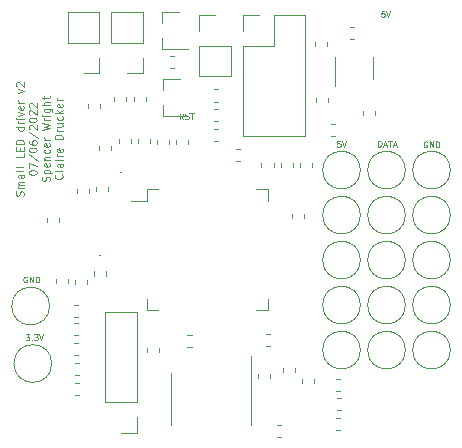
<source format=gto>
%TF.GenerationSoftware,KiCad,Pcbnew,(5.1.6-0-10_14)*%
%TF.CreationDate,2022-07-06T22:32:54-05:00*%
%TF.ProjectId,small_led_driver_v2,736d616c-6c5f-46c6-9564-5f6472697665,rev?*%
%TF.SameCoordinates,Original*%
%TF.FileFunction,Legend,Top*%
%TF.FilePolarity,Positive*%
%FSLAX46Y46*%
G04 Gerber Fmt 4.6, Leading zero omitted, Abs format (unit mm)*
G04 Created by KiCad (PCBNEW (5.1.6-0-10_14)) date 2022-07-06 22:32:54*
%MOMM*%
%LPD*%
G01*
G04 APERTURE LIST*
%ADD10C,0.125000*%
%ADD11C,0.120000*%
%ADD12C,0.150000*%
%ADD13C,0.200000*%
%ADD14C,2.700000*%
%ADD15O,1.800000X1.800000*%
%ADD16R,1.800000X1.800000*%
%ADD17C,5.100000*%
%ADD18R,1.000000X0.900000*%
%ADD19R,0.750000X1.160000*%
%ADD20R,0.675000X1.240000*%
%ADD21R,1.100000X1.300000*%
%ADD22C,2.100000*%
G04 APERTURE END LIST*
D10*
X89049795Y-94144895D02*
X89080747Y-94052038D01*
X89080747Y-93897276D01*
X89049795Y-93835371D01*
X89018842Y-93804419D01*
X88956938Y-93773466D01*
X88895033Y-93773466D01*
X88833128Y-93804419D01*
X88802176Y-93835371D01*
X88771223Y-93897276D01*
X88740271Y-94021085D01*
X88709319Y-94082990D01*
X88678366Y-94113942D01*
X88616461Y-94144895D01*
X88554557Y-94144895D01*
X88492652Y-94113942D01*
X88461700Y-94082990D01*
X88430747Y-94021085D01*
X88430747Y-93866323D01*
X88461700Y-93773466D01*
X89080747Y-93494895D02*
X88647414Y-93494895D01*
X88709319Y-93494895D02*
X88678366Y-93463942D01*
X88647414Y-93402038D01*
X88647414Y-93309180D01*
X88678366Y-93247276D01*
X88740271Y-93216323D01*
X89080747Y-93216323D01*
X88740271Y-93216323D02*
X88678366Y-93185371D01*
X88647414Y-93123466D01*
X88647414Y-93030609D01*
X88678366Y-92968704D01*
X88740271Y-92937752D01*
X89080747Y-92937752D01*
X89080747Y-92349657D02*
X88740271Y-92349657D01*
X88678366Y-92380609D01*
X88647414Y-92442514D01*
X88647414Y-92566323D01*
X88678366Y-92628228D01*
X89049795Y-92349657D02*
X89080747Y-92411561D01*
X89080747Y-92566323D01*
X89049795Y-92628228D01*
X88987890Y-92659180D01*
X88925985Y-92659180D01*
X88864080Y-92628228D01*
X88833128Y-92566323D01*
X88833128Y-92411561D01*
X88802176Y-92349657D01*
X89080747Y-91947276D02*
X89049795Y-92009180D01*
X88987890Y-92040133D01*
X88430747Y-92040133D01*
X89080747Y-91606800D02*
X89049795Y-91668704D01*
X88987890Y-91699657D01*
X88430747Y-91699657D01*
X89080747Y-90554419D02*
X89080747Y-90863942D01*
X88430747Y-90863942D01*
X88740271Y-90337752D02*
X88740271Y-90121085D01*
X89080747Y-90028228D02*
X89080747Y-90337752D01*
X88430747Y-90337752D01*
X88430747Y-90028228D01*
X89080747Y-89749657D02*
X88430747Y-89749657D01*
X88430747Y-89594895D01*
X88461700Y-89502038D01*
X88523604Y-89440133D01*
X88585509Y-89409180D01*
X88709319Y-89378228D01*
X88802176Y-89378228D01*
X88925985Y-89409180D01*
X88987890Y-89440133D01*
X89049795Y-89502038D01*
X89080747Y-89594895D01*
X89080747Y-89749657D01*
X89080747Y-88325847D02*
X88430747Y-88325847D01*
X89049795Y-88325847D02*
X89080747Y-88387752D01*
X89080747Y-88511561D01*
X89049795Y-88573466D01*
X89018842Y-88604419D01*
X88956938Y-88635371D01*
X88771223Y-88635371D01*
X88709319Y-88604419D01*
X88678366Y-88573466D01*
X88647414Y-88511561D01*
X88647414Y-88387752D01*
X88678366Y-88325847D01*
X89080747Y-88016323D02*
X88647414Y-88016323D01*
X88771223Y-88016323D02*
X88709319Y-87985371D01*
X88678366Y-87954419D01*
X88647414Y-87892514D01*
X88647414Y-87830609D01*
X89080747Y-87613942D02*
X88647414Y-87613942D01*
X88430747Y-87613942D02*
X88461700Y-87644895D01*
X88492652Y-87613942D01*
X88461700Y-87582990D01*
X88430747Y-87613942D01*
X88492652Y-87613942D01*
X88647414Y-87366323D02*
X89080747Y-87211561D01*
X88647414Y-87056800D01*
X89049795Y-86561561D02*
X89080747Y-86623466D01*
X89080747Y-86747276D01*
X89049795Y-86809180D01*
X88987890Y-86840133D01*
X88740271Y-86840133D01*
X88678366Y-86809180D01*
X88647414Y-86747276D01*
X88647414Y-86623466D01*
X88678366Y-86561561D01*
X88740271Y-86530609D01*
X88802176Y-86530609D01*
X88864080Y-86840133D01*
X89080747Y-86252038D02*
X88647414Y-86252038D01*
X88771223Y-86252038D02*
X88709319Y-86221085D01*
X88678366Y-86190133D01*
X88647414Y-86128228D01*
X88647414Y-86066323D01*
X88647414Y-85416323D02*
X89080747Y-85261561D01*
X88647414Y-85106800D01*
X88492652Y-84890133D02*
X88461700Y-84859180D01*
X88430747Y-84797276D01*
X88430747Y-84642514D01*
X88461700Y-84580609D01*
X88492652Y-84549657D01*
X88554557Y-84518704D01*
X88616461Y-84518704D01*
X88709319Y-84549657D01*
X89080747Y-84921085D01*
X89080747Y-84518704D01*
X89530747Y-92210371D02*
X89530747Y-92148466D01*
X89561700Y-92086561D01*
X89592652Y-92055609D01*
X89654557Y-92024657D01*
X89778366Y-91993704D01*
X89933128Y-91993704D01*
X90056938Y-92024657D01*
X90118842Y-92055609D01*
X90149795Y-92086561D01*
X90180747Y-92148466D01*
X90180747Y-92210371D01*
X90149795Y-92272276D01*
X90118842Y-92303228D01*
X90056938Y-92334180D01*
X89933128Y-92365133D01*
X89778366Y-92365133D01*
X89654557Y-92334180D01*
X89592652Y-92303228D01*
X89561700Y-92272276D01*
X89530747Y-92210371D01*
X89530747Y-91777038D02*
X89530747Y-91343704D01*
X90180747Y-91622276D01*
X89499795Y-90631800D02*
X90335509Y-91188942D01*
X89530747Y-90291323D02*
X89530747Y-90229419D01*
X89561700Y-90167514D01*
X89592652Y-90136561D01*
X89654557Y-90105609D01*
X89778366Y-90074657D01*
X89933128Y-90074657D01*
X90056938Y-90105609D01*
X90118842Y-90136561D01*
X90149795Y-90167514D01*
X90180747Y-90229419D01*
X90180747Y-90291323D01*
X90149795Y-90353228D01*
X90118842Y-90384180D01*
X90056938Y-90415133D01*
X89933128Y-90446085D01*
X89778366Y-90446085D01*
X89654557Y-90415133D01*
X89592652Y-90384180D01*
X89561700Y-90353228D01*
X89530747Y-90291323D01*
X89530747Y-89517514D02*
X89530747Y-89641323D01*
X89561700Y-89703228D01*
X89592652Y-89734180D01*
X89685509Y-89796085D01*
X89809319Y-89827038D01*
X90056938Y-89827038D01*
X90118842Y-89796085D01*
X90149795Y-89765133D01*
X90180747Y-89703228D01*
X90180747Y-89579419D01*
X90149795Y-89517514D01*
X90118842Y-89486561D01*
X90056938Y-89455609D01*
X89902176Y-89455609D01*
X89840271Y-89486561D01*
X89809319Y-89517514D01*
X89778366Y-89579419D01*
X89778366Y-89703228D01*
X89809319Y-89765133D01*
X89840271Y-89796085D01*
X89902176Y-89827038D01*
X89499795Y-88712752D02*
X90335509Y-89269895D01*
X89592652Y-88527038D02*
X89561700Y-88496085D01*
X89530747Y-88434180D01*
X89530747Y-88279419D01*
X89561700Y-88217514D01*
X89592652Y-88186561D01*
X89654557Y-88155609D01*
X89716461Y-88155609D01*
X89809319Y-88186561D01*
X90180747Y-88557990D01*
X90180747Y-88155609D01*
X89530747Y-87753228D02*
X89530747Y-87691323D01*
X89561700Y-87629419D01*
X89592652Y-87598466D01*
X89654557Y-87567514D01*
X89778366Y-87536561D01*
X89933128Y-87536561D01*
X90056938Y-87567514D01*
X90118842Y-87598466D01*
X90149795Y-87629419D01*
X90180747Y-87691323D01*
X90180747Y-87753228D01*
X90149795Y-87815133D01*
X90118842Y-87846085D01*
X90056938Y-87877038D01*
X89933128Y-87907990D01*
X89778366Y-87907990D01*
X89654557Y-87877038D01*
X89592652Y-87846085D01*
X89561700Y-87815133D01*
X89530747Y-87753228D01*
X89592652Y-87288942D02*
X89561700Y-87257990D01*
X89530747Y-87196085D01*
X89530747Y-87041323D01*
X89561700Y-86979419D01*
X89592652Y-86948466D01*
X89654557Y-86917514D01*
X89716461Y-86917514D01*
X89809319Y-86948466D01*
X90180747Y-87319895D01*
X90180747Y-86917514D01*
X89592652Y-86669895D02*
X89561700Y-86638942D01*
X89530747Y-86577038D01*
X89530747Y-86422276D01*
X89561700Y-86360371D01*
X89592652Y-86329419D01*
X89654557Y-86298466D01*
X89716461Y-86298466D01*
X89809319Y-86329419D01*
X90180747Y-86700847D01*
X90180747Y-86298466D01*
X91249795Y-92891323D02*
X91280747Y-92798466D01*
X91280747Y-92643704D01*
X91249795Y-92581800D01*
X91218842Y-92550847D01*
X91156938Y-92519895D01*
X91095033Y-92519895D01*
X91033128Y-92550847D01*
X91002176Y-92581800D01*
X90971223Y-92643704D01*
X90940271Y-92767514D01*
X90909319Y-92829419D01*
X90878366Y-92860371D01*
X90816461Y-92891323D01*
X90754557Y-92891323D01*
X90692652Y-92860371D01*
X90661700Y-92829419D01*
X90630747Y-92767514D01*
X90630747Y-92612752D01*
X90661700Y-92519895D01*
X90847414Y-92241323D02*
X91497414Y-92241323D01*
X90878366Y-92241323D02*
X90847414Y-92179419D01*
X90847414Y-92055609D01*
X90878366Y-91993704D01*
X90909319Y-91962752D01*
X90971223Y-91931800D01*
X91156938Y-91931800D01*
X91218842Y-91962752D01*
X91249795Y-91993704D01*
X91280747Y-92055609D01*
X91280747Y-92179419D01*
X91249795Y-92241323D01*
X91249795Y-91405609D02*
X91280747Y-91467514D01*
X91280747Y-91591323D01*
X91249795Y-91653228D01*
X91187890Y-91684180D01*
X90940271Y-91684180D01*
X90878366Y-91653228D01*
X90847414Y-91591323D01*
X90847414Y-91467514D01*
X90878366Y-91405609D01*
X90940271Y-91374657D01*
X91002176Y-91374657D01*
X91064080Y-91684180D01*
X90847414Y-91096085D02*
X91280747Y-91096085D01*
X90909319Y-91096085D02*
X90878366Y-91065133D01*
X90847414Y-91003228D01*
X90847414Y-90910371D01*
X90878366Y-90848466D01*
X90940271Y-90817514D01*
X91280747Y-90817514D01*
X91249795Y-90229419D02*
X91280747Y-90291323D01*
X91280747Y-90415133D01*
X91249795Y-90477038D01*
X91218842Y-90507990D01*
X91156938Y-90538942D01*
X90971223Y-90538942D01*
X90909319Y-90507990D01*
X90878366Y-90477038D01*
X90847414Y-90415133D01*
X90847414Y-90291323D01*
X90878366Y-90229419D01*
X91249795Y-89703228D02*
X91280747Y-89765133D01*
X91280747Y-89888942D01*
X91249795Y-89950847D01*
X91187890Y-89981800D01*
X90940271Y-89981800D01*
X90878366Y-89950847D01*
X90847414Y-89888942D01*
X90847414Y-89765133D01*
X90878366Y-89703228D01*
X90940271Y-89672276D01*
X91002176Y-89672276D01*
X91064080Y-89981800D01*
X91280747Y-89393704D02*
X90847414Y-89393704D01*
X90971223Y-89393704D02*
X90909319Y-89362752D01*
X90878366Y-89331800D01*
X90847414Y-89269895D01*
X90847414Y-89207990D01*
X90630747Y-88557990D02*
X91280747Y-88403228D01*
X90816461Y-88279419D01*
X91280747Y-88155609D01*
X90630747Y-88000847D01*
X91280747Y-87753228D02*
X90847414Y-87753228D01*
X90971223Y-87753228D02*
X90909319Y-87722276D01*
X90878366Y-87691323D01*
X90847414Y-87629419D01*
X90847414Y-87567514D01*
X91280747Y-87350847D02*
X90847414Y-87350847D01*
X90630747Y-87350847D02*
X90661700Y-87381800D01*
X90692652Y-87350847D01*
X90661700Y-87319895D01*
X90630747Y-87350847D01*
X90692652Y-87350847D01*
X90847414Y-86762752D02*
X91373604Y-86762752D01*
X91435509Y-86793704D01*
X91466461Y-86824657D01*
X91497414Y-86886561D01*
X91497414Y-86979419D01*
X91466461Y-87041323D01*
X91249795Y-86762752D02*
X91280747Y-86824657D01*
X91280747Y-86948466D01*
X91249795Y-87010371D01*
X91218842Y-87041323D01*
X91156938Y-87072276D01*
X90971223Y-87072276D01*
X90909319Y-87041323D01*
X90878366Y-87010371D01*
X90847414Y-86948466D01*
X90847414Y-86824657D01*
X90878366Y-86762752D01*
X91280747Y-86453228D02*
X90630747Y-86453228D01*
X91280747Y-86174657D02*
X90940271Y-86174657D01*
X90878366Y-86205609D01*
X90847414Y-86267514D01*
X90847414Y-86360371D01*
X90878366Y-86422276D01*
X90909319Y-86453228D01*
X90847414Y-85957990D02*
X90847414Y-85710371D01*
X90630747Y-85865133D02*
X91187890Y-85865133D01*
X91249795Y-85834180D01*
X91280747Y-85772276D01*
X91280747Y-85710371D01*
X92318842Y-92318704D02*
X92349795Y-92349657D01*
X92380747Y-92442514D01*
X92380747Y-92504419D01*
X92349795Y-92597276D01*
X92287890Y-92659180D01*
X92225985Y-92690133D01*
X92102176Y-92721085D01*
X92009319Y-92721085D01*
X91885509Y-92690133D01*
X91823604Y-92659180D01*
X91761700Y-92597276D01*
X91730747Y-92504419D01*
X91730747Y-92442514D01*
X91761700Y-92349657D01*
X91792652Y-92318704D01*
X92380747Y-91947276D02*
X92349795Y-92009180D01*
X92287890Y-92040133D01*
X91730747Y-92040133D01*
X92380747Y-91421085D02*
X92040271Y-91421085D01*
X91978366Y-91452038D01*
X91947414Y-91513942D01*
X91947414Y-91637752D01*
X91978366Y-91699657D01*
X92349795Y-91421085D02*
X92380747Y-91482990D01*
X92380747Y-91637752D01*
X92349795Y-91699657D01*
X92287890Y-91730609D01*
X92225985Y-91730609D01*
X92164080Y-91699657D01*
X92133128Y-91637752D01*
X92133128Y-91482990D01*
X92102176Y-91421085D01*
X92380747Y-91111561D02*
X91947414Y-91111561D01*
X91730747Y-91111561D02*
X91761700Y-91142514D01*
X91792652Y-91111561D01*
X91761700Y-91080609D01*
X91730747Y-91111561D01*
X91792652Y-91111561D01*
X92380747Y-90802038D02*
X91947414Y-90802038D01*
X92071223Y-90802038D02*
X92009319Y-90771085D01*
X91978366Y-90740133D01*
X91947414Y-90678228D01*
X91947414Y-90616323D01*
X92349795Y-90152038D02*
X92380747Y-90213942D01*
X92380747Y-90337752D01*
X92349795Y-90399657D01*
X92287890Y-90430609D01*
X92040271Y-90430609D01*
X91978366Y-90399657D01*
X91947414Y-90337752D01*
X91947414Y-90213942D01*
X91978366Y-90152038D01*
X92040271Y-90121085D01*
X92102176Y-90121085D01*
X92164080Y-90430609D01*
X92380747Y-89347276D02*
X91730747Y-89347276D01*
X91730747Y-89192514D01*
X91761700Y-89099657D01*
X91823604Y-89037752D01*
X91885509Y-89006800D01*
X92009319Y-88975847D01*
X92102176Y-88975847D01*
X92225985Y-89006800D01*
X92287890Y-89037752D01*
X92349795Y-89099657D01*
X92380747Y-89192514D01*
X92380747Y-89347276D01*
X92380747Y-88697276D02*
X91947414Y-88697276D01*
X92071223Y-88697276D02*
X92009319Y-88666323D01*
X91978366Y-88635371D01*
X91947414Y-88573466D01*
X91947414Y-88511561D01*
X91947414Y-88016323D02*
X92380747Y-88016323D01*
X91947414Y-88294895D02*
X92287890Y-88294895D01*
X92349795Y-88263942D01*
X92380747Y-88202038D01*
X92380747Y-88109180D01*
X92349795Y-88047276D01*
X92318842Y-88016323D01*
X92349795Y-87428228D02*
X92380747Y-87490133D01*
X92380747Y-87613942D01*
X92349795Y-87675847D01*
X92318842Y-87706800D01*
X92256938Y-87737752D01*
X92071223Y-87737752D01*
X92009319Y-87706800D01*
X91978366Y-87675847D01*
X91947414Y-87613942D01*
X91947414Y-87490133D01*
X91978366Y-87428228D01*
X92380747Y-87149657D02*
X91730747Y-87149657D01*
X92133128Y-87087752D02*
X92380747Y-86902038D01*
X91947414Y-86902038D02*
X92195033Y-87149657D01*
X92349795Y-86375847D02*
X92380747Y-86437752D01*
X92380747Y-86561561D01*
X92349795Y-86623466D01*
X92287890Y-86654419D01*
X92040271Y-86654419D01*
X91978366Y-86623466D01*
X91947414Y-86561561D01*
X91947414Y-86437752D01*
X91978366Y-86375847D01*
X92040271Y-86344895D01*
X92102176Y-86344895D01*
X92164080Y-86654419D01*
X92380747Y-86066323D02*
X91947414Y-86066323D01*
X92071223Y-86066323D02*
X92009319Y-86035371D01*
X91978366Y-86004419D01*
X91947414Y-85942514D01*
X91947414Y-85880609D01*
X119099900Y-89982096D02*
X119099900Y-89482096D01*
X119218947Y-89482096D01*
X119290376Y-89505906D01*
X119337995Y-89553525D01*
X119361804Y-89601144D01*
X119385614Y-89696382D01*
X119385614Y-89767810D01*
X119361804Y-89863048D01*
X119337995Y-89910667D01*
X119290376Y-89958286D01*
X119218947Y-89982096D01*
X119099900Y-89982096D01*
X119576090Y-89839239D02*
X119814185Y-89839239D01*
X119528471Y-89982096D02*
X119695138Y-89482096D01*
X119861804Y-89982096D01*
X119957042Y-89482096D02*
X120242757Y-89482096D01*
X120099900Y-89982096D02*
X120099900Y-89482096D01*
X120385614Y-89839239D02*
X120623709Y-89839239D01*
X120337995Y-89982096D02*
X120504661Y-89482096D01*
X120671328Y-89982096D01*
X102591110Y-87625050D02*
X102424443Y-87386955D01*
X102305396Y-87625050D02*
X102305396Y-87125050D01*
X102495872Y-87125050D01*
X102543491Y-87148860D01*
X102567300Y-87172669D01*
X102591110Y-87220288D01*
X102591110Y-87291717D01*
X102567300Y-87339336D01*
X102543491Y-87363145D01*
X102495872Y-87386955D01*
X102305396Y-87386955D01*
X102781586Y-87601240D02*
X102853015Y-87625050D01*
X102972062Y-87625050D01*
X103019681Y-87601240D01*
X103043491Y-87577431D01*
X103067300Y-87529812D01*
X103067300Y-87482193D01*
X103043491Y-87434574D01*
X103019681Y-87410764D01*
X102972062Y-87386955D01*
X102876824Y-87363145D01*
X102829205Y-87339336D01*
X102805396Y-87315526D01*
X102781586Y-87267907D01*
X102781586Y-87220288D01*
X102805396Y-87172669D01*
X102829205Y-87148860D01*
X102876824Y-87125050D01*
X102995872Y-87125050D01*
X103067300Y-87148860D01*
X103210158Y-87125050D02*
X103495872Y-87125050D01*
X103353015Y-87625050D02*
X103353015Y-87125050D01*
X123233047Y-89568000D02*
X123185428Y-89544190D01*
X123114000Y-89544190D01*
X123042571Y-89568000D01*
X122994952Y-89615619D01*
X122971142Y-89663238D01*
X122947333Y-89758476D01*
X122947333Y-89829904D01*
X122971142Y-89925142D01*
X122994952Y-89972761D01*
X123042571Y-90020380D01*
X123114000Y-90044190D01*
X123161619Y-90044190D01*
X123233047Y-90020380D01*
X123256857Y-89996571D01*
X123256857Y-89829904D01*
X123161619Y-89829904D01*
X123471142Y-90044190D02*
X123471142Y-89544190D01*
X123756857Y-90044190D01*
X123756857Y-89544190D01*
X123994952Y-90044190D02*
X123994952Y-89544190D01*
X124114000Y-89544190D01*
X124185428Y-89568000D01*
X124233047Y-89615619D01*
X124256857Y-89663238D01*
X124280666Y-89758476D01*
X124280666Y-89829904D01*
X124256857Y-89925142D01*
X124233047Y-89972761D01*
X124185428Y-90020380D01*
X124114000Y-90044190D01*
X123994952Y-90044190D01*
X115887761Y-89505190D02*
X115649666Y-89505190D01*
X115625857Y-89743285D01*
X115649666Y-89719476D01*
X115697285Y-89695666D01*
X115816333Y-89695666D01*
X115863952Y-89719476D01*
X115887761Y-89743285D01*
X115911571Y-89790904D01*
X115911571Y-89909952D01*
X115887761Y-89957571D01*
X115863952Y-89981380D01*
X115816333Y-90005190D01*
X115697285Y-90005190D01*
X115649666Y-89981380D01*
X115625857Y-89957571D01*
X116054428Y-89505190D02*
X116221095Y-90005190D01*
X116387761Y-89505190D01*
X119627661Y-78504290D02*
X119389566Y-78504290D01*
X119365757Y-78742385D01*
X119389566Y-78718576D01*
X119437185Y-78694766D01*
X119556233Y-78694766D01*
X119603852Y-78718576D01*
X119627661Y-78742385D01*
X119651471Y-78790004D01*
X119651471Y-78909052D01*
X119627661Y-78956671D01*
X119603852Y-78980480D01*
X119556233Y-79004290D01*
X119437185Y-79004290D01*
X119389566Y-78980480D01*
X119365757Y-78956671D01*
X119794328Y-78504290D02*
X119960995Y-79004290D01*
X120127661Y-78504290D01*
X89344547Y-101007100D02*
X89296928Y-100983290D01*
X89225500Y-100983290D01*
X89154071Y-101007100D01*
X89106452Y-101054719D01*
X89082642Y-101102338D01*
X89058833Y-101197576D01*
X89058833Y-101269004D01*
X89082642Y-101364242D01*
X89106452Y-101411861D01*
X89154071Y-101459480D01*
X89225500Y-101483290D01*
X89273119Y-101483290D01*
X89344547Y-101459480D01*
X89368357Y-101435671D01*
X89368357Y-101269004D01*
X89273119Y-101269004D01*
X89582642Y-101483290D02*
X89582642Y-100983290D01*
X89868357Y-101483290D01*
X89868357Y-100983290D01*
X90106452Y-101483290D02*
X90106452Y-100983290D01*
X90225500Y-100983290D01*
X90296928Y-101007100D01*
X90344547Y-101054719D01*
X90368357Y-101102338D01*
X90392166Y-101197576D01*
X90392166Y-101269004D01*
X90368357Y-101364242D01*
X90344547Y-101411861D01*
X90296928Y-101459480D01*
X90225500Y-101483290D01*
X90106452Y-101483290D01*
X89254104Y-105885490D02*
X89563628Y-105885490D01*
X89396961Y-106075966D01*
X89468390Y-106075966D01*
X89516009Y-106099776D01*
X89539819Y-106123585D01*
X89563628Y-106171204D01*
X89563628Y-106290252D01*
X89539819Y-106337871D01*
X89516009Y-106361680D01*
X89468390Y-106385490D01*
X89325533Y-106385490D01*
X89277914Y-106361680D01*
X89254104Y-106337871D01*
X89777914Y-106337871D02*
X89801723Y-106361680D01*
X89777914Y-106385490D01*
X89754104Y-106361680D01*
X89777914Y-106337871D01*
X89777914Y-106385490D01*
X89968390Y-105885490D02*
X90277914Y-105885490D01*
X90111247Y-106075966D01*
X90182676Y-106075966D01*
X90230295Y-106099776D01*
X90254104Y-106123585D01*
X90277914Y-106171204D01*
X90277914Y-106290252D01*
X90254104Y-106337871D01*
X90230295Y-106361680D01*
X90182676Y-106385490D01*
X90039819Y-106385490D01*
X89992200Y-106361680D01*
X89968390Y-106337871D01*
X90420771Y-105885490D02*
X90587438Y-106385490D01*
X90754104Y-105885490D01*
D11*
%TO.C,J13*%
X121407681Y-99585200D02*
G75*
G03*
X121407681Y-99585200I-1600781J0D01*
G01*
%TO.C,J17*%
X121407681Y-107205200D02*
G75*
G03*
X121407681Y-107205200I-1600781J0D01*
G01*
%TO.C,J19*%
X121407681Y-103395200D02*
G75*
G03*
X121407681Y-103395200I-1600781J0D01*
G01*
%TO.C,J22*%
X121407681Y-95775200D02*
G75*
G03*
X121407681Y-95775200I-1600781J0D01*
G01*
%TO.C,J23*%
X121407681Y-91965200D02*
G75*
G03*
X121407681Y-91965200I-1600781J0D01*
G01*
%TO.C,C1*%
X95020000Y-100553733D02*
X95020000Y-100896267D01*
X96040000Y-100553733D02*
X96040000Y-100896267D01*
%TO.C,C2*%
X93630000Y-93921267D02*
X93630000Y-93578733D01*
X94650000Y-93921267D02*
X94650000Y-93578733D01*
%TO.C,C3*%
X97180000Y-89706267D02*
X97180000Y-89363733D01*
X98200000Y-89706267D02*
X98200000Y-89363733D01*
%TO.C,C4*%
X99790000Y-89716267D02*
X99790000Y-89373733D01*
X98770000Y-89716267D02*
X98770000Y-89373733D01*
%TO.C,C5*%
X109960000Y-109218733D02*
X109960000Y-109561267D01*
X108940000Y-109218733D02*
X108940000Y-109561267D01*
%TO.C,C6*%
X95446120Y-90300627D02*
X95446120Y-89958093D01*
X96466120Y-90300627D02*
X96466120Y-89958093D01*
%TO.C,C7*%
X110551113Y-114533140D02*
X110893647Y-114533140D01*
X110551113Y-113513140D02*
X110893647Y-113513140D01*
%TO.C,C8*%
X100370000Y-89726267D02*
X100370000Y-89383733D01*
X101390000Y-89726267D02*
X101390000Y-89383733D01*
%TO.C,C9*%
X102953733Y-106910000D02*
X103296267Y-106910000D01*
X102953733Y-105890000D02*
X103296267Y-105890000D01*
%TO.C,C10*%
X109633733Y-105810000D02*
X109976267Y-105810000D01*
X109633733Y-106830000D02*
X109976267Y-106830000D01*
%TO.C,C11*%
X99500000Y-107013733D02*
X99500000Y-107356267D01*
X100520000Y-107013733D02*
X100520000Y-107356267D01*
%TO.C,C12*%
X102000000Y-89731267D02*
X102000000Y-89388733D01*
X103020000Y-89731267D02*
X103020000Y-89388733D01*
%TO.C,C13*%
X116698733Y-80910000D02*
X117041267Y-80910000D01*
X116698733Y-79890000D02*
X117041267Y-79890000D01*
%TO.C,C14*%
X117840000Y-86973733D02*
X117840000Y-87316267D01*
X118860000Y-86973733D02*
X118860000Y-87316267D01*
%TO.C,C15*%
X113503000Y-91377733D02*
X113503000Y-91720267D01*
X112483000Y-91377733D02*
X112483000Y-91720267D01*
%TO.C,C16*%
X110895000Y-91358733D02*
X110895000Y-91701267D01*
X111915000Y-91358733D02*
X111915000Y-91701267D01*
%TO.C,C17*%
X114850000Y-85858733D02*
X114850000Y-86201267D01*
X113830000Y-85858733D02*
X113830000Y-86201267D01*
%TO.C,J3*%
X98639280Y-114237704D02*
X97309280Y-114237704D01*
X98639280Y-112907704D02*
X98639280Y-114237704D01*
X98639280Y-111637704D02*
X95979280Y-111637704D01*
X95979280Y-111637704D02*
X95979280Y-103957704D01*
X98639280Y-111637704D02*
X98639280Y-103957704D01*
X98639280Y-103957704D02*
X95979280Y-103957704D01*
%TO.C,Q1*%
X100803740Y-78575660D02*
X102263740Y-78575660D01*
X100803740Y-81735660D02*
X102963740Y-81735660D01*
X100803740Y-81735660D02*
X100803740Y-80805660D01*
X100803740Y-78575660D02*
X100803740Y-79505660D01*
%TO.C,Q2*%
X100848340Y-84244160D02*
X100848340Y-85174160D01*
X100848340Y-87404160D02*
X100848340Y-86474160D01*
X100848340Y-87404160D02*
X103008340Y-87404160D01*
X100848340Y-84244160D02*
X102308340Y-84244160D01*
%TO.C,R1*%
X107078733Y-91170000D02*
X107421267Y-91170000D01*
X107078733Y-90150000D02*
X107421267Y-90150000D01*
%TO.C,R2*%
X110240000Y-91403733D02*
X110240000Y-91746267D01*
X109220000Y-91403733D02*
X109220000Y-91746267D01*
%TO.C,R3*%
X96265460Y-93362993D02*
X96265460Y-93705527D01*
X95245460Y-93362993D02*
X95245460Y-93705527D01*
%TO.C,R4*%
X112793000Y-96006267D02*
X112793000Y-95663733D01*
X111773000Y-96006267D02*
X111773000Y-95663733D01*
%TO.C,R5*%
X105201633Y-89472640D02*
X105544167Y-89472640D01*
X105201633Y-88452640D02*
X105544167Y-88452640D01*
%TO.C,R6*%
X91018900Y-96056633D02*
X91018900Y-96399167D01*
X92038900Y-96056633D02*
X92038900Y-96399167D01*
%TO.C,R7*%
X92877100Y-101226833D02*
X92877100Y-101569367D01*
X91857100Y-101226833D02*
X91857100Y-101569367D01*
%TO.C,R10*%
X115436267Y-88050000D02*
X115093733Y-88050000D01*
X115436267Y-89070000D02*
X115093733Y-89070000D01*
%TO.C,R11*%
X93406500Y-101238233D02*
X93406500Y-101580767D01*
X94426500Y-101238233D02*
X94426500Y-101580767D01*
%TO.C,R12*%
X93682667Y-104370600D02*
X93340133Y-104370600D01*
X93682667Y-103350600D02*
X93340133Y-103350600D01*
%TO.C,R13*%
X105216633Y-85142640D02*
X105559167Y-85142640D01*
X105216633Y-86162640D02*
X105559167Y-86162640D01*
%TO.C,R14*%
X93376933Y-106583500D02*
X93719467Y-106583500D01*
X93376933Y-107603500D02*
X93719467Y-107603500D01*
%TO.C,R15*%
X93695367Y-104950800D02*
X93352833Y-104950800D01*
X93695367Y-105970800D02*
X93352833Y-105970800D01*
%TO.C,R16*%
X93411933Y-109313500D02*
X93754467Y-109313500D01*
X93411933Y-108293500D02*
X93754467Y-108293500D01*
%TO.C,R17*%
X93739467Y-111003500D02*
X93396933Y-111003500D01*
X93739467Y-109983500D02*
X93396933Y-109983500D01*
%TO.C,R18*%
X95544100Y-86720467D02*
X95544100Y-86377933D01*
X94524100Y-86720467D02*
X94524100Y-86377933D01*
%TO.C,R19*%
X101454133Y-82281300D02*
X101796667Y-82281300D01*
X101454133Y-83301300D02*
X101796667Y-83301300D01*
%TO.C,R20*%
X97768340Y-86145427D02*
X97768340Y-85802893D01*
X96748340Y-86145427D02*
X96748340Y-85802893D01*
%TO.C,R21*%
X99408340Y-85792893D02*
X99408340Y-86135427D01*
X98388340Y-85792893D02*
X98388340Y-86135427D01*
%TO.C,SW1*%
X103970780Y-84019700D02*
X106630780Y-84019700D01*
X103970780Y-81419700D02*
X103970780Y-84019700D01*
X106630780Y-81419700D02*
X106630780Y-84019700D01*
X103970780Y-81419700D02*
X106630780Y-81419700D01*
X103970780Y-80149700D02*
X103970780Y-78819700D01*
X103970780Y-78819700D02*
X105300780Y-78819700D01*
%TO.C,U1*%
X101537352Y-111334631D02*
X101537352Y-113534631D01*
X101537352Y-111334631D02*
X101537352Y-109134631D01*
X108307352Y-111334631D02*
X108307352Y-113534631D01*
X108307352Y-111334631D02*
X108307352Y-107734631D01*
%TO.C,U2*%
X108790000Y-103815000D02*
X109740000Y-103815000D01*
X109740000Y-103815000D02*
X109740000Y-102865000D01*
X100470000Y-103815000D02*
X99520000Y-103815000D01*
X99520000Y-103815000D02*
X99520000Y-102865000D01*
X108790000Y-93595000D02*
X109740000Y-93595000D01*
X109740000Y-93595000D02*
X109740000Y-94545000D01*
X100470000Y-93595000D02*
X99520000Y-93595000D01*
X99520000Y-93595000D02*
X99520000Y-94545000D01*
X99520000Y-94545000D02*
X98180000Y-94545000D01*
%TO.C,U3*%
X118660000Y-84220000D02*
X118660000Y-82420000D01*
X115440000Y-82420000D02*
X115440000Y-84870000D01*
%TO.C,J18*%
X107674100Y-89099700D02*
X112874100Y-89099700D01*
X107674100Y-81419700D02*
X107674100Y-89099700D01*
X112874100Y-78819700D02*
X112874100Y-89099700D01*
X107674100Y-81419700D02*
X110274100Y-81419700D01*
X110274100Y-81419700D02*
X110274100Y-78819700D01*
X110274100Y-78819700D02*
X112874100Y-78819700D01*
X107674100Y-80149700D02*
X107674100Y-78819700D01*
X107674100Y-78819700D02*
X109004100Y-78819700D01*
%TO.C,R8*%
X113770000Y-81138733D02*
X113770000Y-81481267D01*
X114790000Y-81138733D02*
X114790000Y-81481267D01*
%TO.C,R9*%
X105226633Y-86772640D02*
X105569167Y-86772640D01*
X105226633Y-87792640D02*
X105569167Y-87792640D01*
D12*
%TO.C,Y2*%
X97307000Y-92170000D02*
G75*
G03*
X97307000Y-92170000I-50000J0D01*
G01*
D13*
%TO.C,Y1*%
X95630000Y-99290000D02*
G75*
G03*
X95630000Y-99290000I-100000J0D01*
G01*
D11*
%TO.C,J14*%
X99170800Y-78578400D02*
X96510800Y-78578400D01*
X99170800Y-81178400D02*
X99170800Y-78578400D01*
X96510800Y-81178400D02*
X96510800Y-78578400D01*
X99170800Y-81178400D02*
X96510800Y-81178400D01*
X99170800Y-82448400D02*
X99170800Y-83778400D01*
X99170800Y-83778400D02*
X97840800Y-83778400D01*
%TO.C,J16*%
X95487800Y-83778400D02*
X94157800Y-83778400D01*
X95487800Y-82448400D02*
X95487800Y-83778400D01*
X95487800Y-81178400D02*
X92827800Y-81178400D01*
X92827800Y-81178400D02*
X92827800Y-78578400D01*
X95487800Y-81178400D02*
X95487800Y-78578400D01*
X95487800Y-78578400D02*
X92827800Y-78578400D01*
%TO.C,J1*%
X91465981Y-108343700D02*
G75*
G03*
X91465981Y-108343700I-1600781J0D01*
G01*
%TO.C,J2*%
X91275481Y-103479600D02*
G75*
G03*
X91275481Y-103479600I-1600781J0D01*
G01*
%TO.C,J4*%
X125217681Y-91965200D02*
G75*
G03*
X125217681Y-91965200I-1600781J0D01*
G01*
%TO.C,J5*%
X117597681Y-95775200D02*
G75*
G03*
X117597681Y-95775200I-1600781J0D01*
G01*
%TO.C,J6*%
X117597681Y-107205200D02*
G75*
G03*
X117597681Y-107205200I-1600781J0D01*
G01*
%TO.C,J7*%
X117597681Y-99585200D02*
G75*
G03*
X117597681Y-99585200I-1600781J0D01*
G01*
%TO.C,J8*%
X117597681Y-91965200D02*
G75*
G03*
X117597681Y-91965200I-1600781J0D01*
G01*
%TO.C,J9*%
X125217681Y-103395200D02*
G75*
G03*
X125217681Y-103395200I-1600781J0D01*
G01*
%TO.C,J10*%
X125217681Y-95775200D02*
G75*
G03*
X125217681Y-95775200I-1600781J0D01*
G01*
%TO.C,J11*%
X125217681Y-107205200D02*
G75*
G03*
X125217681Y-107205200I-1600781J0D01*
G01*
%TO.C,J12*%
X125217681Y-99585200D02*
G75*
G03*
X125217681Y-99585200I-1600781J0D01*
G01*
%TO.C,J15*%
X117597681Y-103395200D02*
G75*
G03*
X117597681Y-103395200I-1600781J0D01*
G01*
%TO.C,R22*%
X115875887Y-112936560D02*
X115533353Y-112936560D01*
X115875887Y-113956560D02*
X115533353Y-113956560D01*
%TO.C,R23*%
X115958407Y-112262380D02*
X115615873Y-112262380D01*
X115958407Y-111242380D02*
X115615873Y-111242380D01*
%TO.C,R24*%
X111051880Y-108736313D02*
X111051880Y-109078847D01*
X112071880Y-108736313D02*
X112071880Y-109078847D01*
%TO.C,R25*%
X115887287Y-109621860D02*
X115544753Y-109621860D01*
X115887287Y-110641860D02*
X115544753Y-110641860D01*
%TO.C,R26*%
X113656840Y-109655793D02*
X113656840Y-109998327D01*
X112636840Y-109655793D02*
X112636840Y-109998327D01*
%TD*%
%LPC*%
D14*
%TO.C,J13*%
X119806900Y-99585200D03*
%TD*%
%TO.C,J17*%
X119806900Y-107205200D03*
%TD*%
%TO.C,J19*%
X119806900Y-103395200D03*
%TD*%
%TO.C,J22*%
X119806900Y-95775200D03*
%TD*%
%TO.C,J23*%
X119806900Y-91965200D03*
%TD*%
%TO.C,C1*%
G36*
G01*
X95267500Y-101025000D02*
X95792500Y-101025000D01*
G75*
G02*
X96055000Y-101287500I0J-262500D01*
G01*
X96055000Y-101912500D01*
G75*
G02*
X95792500Y-102175000I-262500J0D01*
G01*
X95267500Y-102175000D01*
G75*
G02*
X95005000Y-101912500I0J262500D01*
G01*
X95005000Y-101287500D01*
G75*
G02*
X95267500Y-101025000I262500J0D01*
G01*
G37*
G36*
G01*
X95267500Y-99275000D02*
X95792500Y-99275000D01*
G75*
G02*
X96055000Y-99537500I0J-262500D01*
G01*
X96055000Y-100162500D01*
G75*
G02*
X95792500Y-100425000I-262500J0D01*
G01*
X95267500Y-100425000D01*
G75*
G02*
X95005000Y-100162500I0J262500D01*
G01*
X95005000Y-99537500D01*
G75*
G02*
X95267500Y-99275000I262500J0D01*
G01*
G37*
%TD*%
%TO.C,C2*%
G36*
G01*
X94402500Y-95200000D02*
X93877500Y-95200000D01*
G75*
G02*
X93615000Y-94937500I0J262500D01*
G01*
X93615000Y-94312500D01*
G75*
G02*
X93877500Y-94050000I262500J0D01*
G01*
X94402500Y-94050000D01*
G75*
G02*
X94665000Y-94312500I0J-262500D01*
G01*
X94665000Y-94937500D01*
G75*
G02*
X94402500Y-95200000I-262500J0D01*
G01*
G37*
G36*
G01*
X94402500Y-93450000D02*
X93877500Y-93450000D01*
G75*
G02*
X93615000Y-93187500I0J262500D01*
G01*
X93615000Y-92562500D01*
G75*
G02*
X93877500Y-92300000I262500J0D01*
G01*
X94402500Y-92300000D01*
G75*
G02*
X94665000Y-92562500I0J-262500D01*
G01*
X94665000Y-93187500D01*
G75*
G02*
X94402500Y-93450000I-262500J0D01*
G01*
G37*
%TD*%
%TO.C,C3*%
G36*
G01*
X97952500Y-90985000D02*
X97427500Y-90985000D01*
G75*
G02*
X97165000Y-90722500I0J262500D01*
G01*
X97165000Y-90097500D01*
G75*
G02*
X97427500Y-89835000I262500J0D01*
G01*
X97952500Y-89835000D01*
G75*
G02*
X98215000Y-90097500I0J-262500D01*
G01*
X98215000Y-90722500D01*
G75*
G02*
X97952500Y-90985000I-262500J0D01*
G01*
G37*
G36*
G01*
X97952500Y-89235000D02*
X97427500Y-89235000D01*
G75*
G02*
X97165000Y-88972500I0J262500D01*
G01*
X97165000Y-88347500D01*
G75*
G02*
X97427500Y-88085000I262500J0D01*
G01*
X97952500Y-88085000D01*
G75*
G02*
X98215000Y-88347500I0J-262500D01*
G01*
X98215000Y-88972500D01*
G75*
G02*
X97952500Y-89235000I-262500J0D01*
G01*
G37*
%TD*%
%TO.C,C4*%
G36*
G01*
X99542500Y-89245000D02*
X99017500Y-89245000D01*
G75*
G02*
X98755000Y-88982500I0J262500D01*
G01*
X98755000Y-88357500D01*
G75*
G02*
X99017500Y-88095000I262500J0D01*
G01*
X99542500Y-88095000D01*
G75*
G02*
X99805000Y-88357500I0J-262500D01*
G01*
X99805000Y-88982500D01*
G75*
G02*
X99542500Y-89245000I-262500J0D01*
G01*
G37*
G36*
G01*
X99542500Y-90995000D02*
X99017500Y-90995000D01*
G75*
G02*
X98755000Y-90732500I0J262500D01*
G01*
X98755000Y-90107500D01*
G75*
G02*
X99017500Y-89845000I262500J0D01*
G01*
X99542500Y-89845000D01*
G75*
G02*
X99805000Y-90107500I0J-262500D01*
G01*
X99805000Y-90732500D01*
G75*
G02*
X99542500Y-90995000I-262500J0D01*
G01*
G37*
%TD*%
%TO.C,C5*%
G36*
G01*
X109187500Y-107940000D02*
X109712500Y-107940000D01*
G75*
G02*
X109975000Y-108202500I0J-262500D01*
G01*
X109975000Y-108827500D01*
G75*
G02*
X109712500Y-109090000I-262500J0D01*
G01*
X109187500Y-109090000D01*
G75*
G02*
X108925000Y-108827500I0J262500D01*
G01*
X108925000Y-108202500D01*
G75*
G02*
X109187500Y-107940000I262500J0D01*
G01*
G37*
G36*
G01*
X109187500Y-109690000D02*
X109712500Y-109690000D01*
G75*
G02*
X109975000Y-109952500I0J-262500D01*
G01*
X109975000Y-110577500D01*
G75*
G02*
X109712500Y-110840000I-262500J0D01*
G01*
X109187500Y-110840000D01*
G75*
G02*
X108925000Y-110577500I0J262500D01*
G01*
X108925000Y-109952500D01*
G75*
G02*
X109187500Y-109690000I262500J0D01*
G01*
G37*
%TD*%
%TO.C,C6*%
G36*
G01*
X96218620Y-91579360D02*
X95693620Y-91579360D01*
G75*
G02*
X95431120Y-91316860I0J262500D01*
G01*
X95431120Y-90691860D01*
G75*
G02*
X95693620Y-90429360I262500J0D01*
G01*
X96218620Y-90429360D01*
G75*
G02*
X96481120Y-90691860I0J-262500D01*
G01*
X96481120Y-91316860D01*
G75*
G02*
X96218620Y-91579360I-262500J0D01*
G01*
G37*
G36*
G01*
X96218620Y-89829360D02*
X95693620Y-89829360D01*
G75*
G02*
X95431120Y-89566860I0J262500D01*
G01*
X95431120Y-88941860D01*
G75*
G02*
X95693620Y-88679360I262500J0D01*
G01*
X96218620Y-88679360D01*
G75*
G02*
X96481120Y-88941860I0J-262500D01*
G01*
X96481120Y-89566860D01*
G75*
G02*
X96218620Y-89829360I-262500J0D01*
G01*
G37*
%TD*%
%TO.C,C7*%
G36*
G01*
X111022380Y-114285640D02*
X111022380Y-113760640D01*
G75*
G02*
X111284880Y-113498140I262500J0D01*
G01*
X111909880Y-113498140D01*
G75*
G02*
X112172380Y-113760640I0J-262500D01*
G01*
X112172380Y-114285640D01*
G75*
G02*
X111909880Y-114548140I-262500J0D01*
G01*
X111284880Y-114548140D01*
G75*
G02*
X111022380Y-114285640I0J262500D01*
G01*
G37*
G36*
G01*
X109272380Y-114285640D02*
X109272380Y-113760640D01*
G75*
G02*
X109534880Y-113498140I262500J0D01*
G01*
X110159880Y-113498140D01*
G75*
G02*
X110422380Y-113760640I0J-262500D01*
G01*
X110422380Y-114285640D01*
G75*
G02*
X110159880Y-114548140I-262500J0D01*
G01*
X109534880Y-114548140D01*
G75*
G02*
X109272380Y-114285640I0J262500D01*
G01*
G37*
%TD*%
%TO.C,C8*%
G36*
G01*
X101142500Y-91005000D02*
X100617500Y-91005000D01*
G75*
G02*
X100355000Y-90742500I0J262500D01*
G01*
X100355000Y-90117500D01*
G75*
G02*
X100617500Y-89855000I262500J0D01*
G01*
X101142500Y-89855000D01*
G75*
G02*
X101405000Y-90117500I0J-262500D01*
G01*
X101405000Y-90742500D01*
G75*
G02*
X101142500Y-91005000I-262500J0D01*
G01*
G37*
G36*
G01*
X101142500Y-89255000D02*
X100617500Y-89255000D01*
G75*
G02*
X100355000Y-88992500I0J262500D01*
G01*
X100355000Y-88367500D01*
G75*
G02*
X100617500Y-88105000I262500J0D01*
G01*
X101142500Y-88105000D01*
G75*
G02*
X101405000Y-88367500I0J-262500D01*
G01*
X101405000Y-88992500D01*
G75*
G02*
X101142500Y-89255000I-262500J0D01*
G01*
G37*
%TD*%
%TO.C,C9*%
G36*
G01*
X103425000Y-106662500D02*
X103425000Y-106137500D01*
G75*
G02*
X103687500Y-105875000I262500J0D01*
G01*
X104312500Y-105875000D01*
G75*
G02*
X104575000Y-106137500I0J-262500D01*
G01*
X104575000Y-106662500D01*
G75*
G02*
X104312500Y-106925000I-262500J0D01*
G01*
X103687500Y-106925000D01*
G75*
G02*
X103425000Y-106662500I0J262500D01*
G01*
G37*
G36*
G01*
X101675000Y-106662500D02*
X101675000Y-106137500D01*
G75*
G02*
X101937500Y-105875000I262500J0D01*
G01*
X102562500Y-105875000D01*
G75*
G02*
X102825000Y-106137500I0J-262500D01*
G01*
X102825000Y-106662500D01*
G75*
G02*
X102562500Y-106925000I-262500J0D01*
G01*
X101937500Y-106925000D01*
G75*
G02*
X101675000Y-106662500I0J262500D01*
G01*
G37*
%TD*%
%TO.C,C10*%
G36*
G01*
X108355000Y-106582500D02*
X108355000Y-106057500D01*
G75*
G02*
X108617500Y-105795000I262500J0D01*
G01*
X109242500Y-105795000D01*
G75*
G02*
X109505000Y-106057500I0J-262500D01*
G01*
X109505000Y-106582500D01*
G75*
G02*
X109242500Y-106845000I-262500J0D01*
G01*
X108617500Y-106845000D01*
G75*
G02*
X108355000Y-106582500I0J262500D01*
G01*
G37*
G36*
G01*
X110105000Y-106582500D02*
X110105000Y-106057500D01*
G75*
G02*
X110367500Y-105795000I262500J0D01*
G01*
X110992500Y-105795000D01*
G75*
G02*
X111255000Y-106057500I0J-262500D01*
G01*
X111255000Y-106582500D01*
G75*
G02*
X110992500Y-106845000I-262500J0D01*
G01*
X110367500Y-106845000D01*
G75*
G02*
X110105000Y-106582500I0J262500D01*
G01*
G37*
%TD*%
%TO.C,C11*%
G36*
G01*
X99747500Y-107485000D02*
X100272500Y-107485000D01*
G75*
G02*
X100535000Y-107747500I0J-262500D01*
G01*
X100535000Y-108372500D01*
G75*
G02*
X100272500Y-108635000I-262500J0D01*
G01*
X99747500Y-108635000D01*
G75*
G02*
X99485000Y-108372500I0J262500D01*
G01*
X99485000Y-107747500D01*
G75*
G02*
X99747500Y-107485000I262500J0D01*
G01*
G37*
G36*
G01*
X99747500Y-105735000D02*
X100272500Y-105735000D01*
G75*
G02*
X100535000Y-105997500I0J-262500D01*
G01*
X100535000Y-106622500D01*
G75*
G02*
X100272500Y-106885000I-262500J0D01*
G01*
X99747500Y-106885000D01*
G75*
G02*
X99485000Y-106622500I0J262500D01*
G01*
X99485000Y-105997500D01*
G75*
G02*
X99747500Y-105735000I262500J0D01*
G01*
G37*
%TD*%
%TO.C,C12*%
G36*
G01*
X102772500Y-91010000D02*
X102247500Y-91010000D01*
G75*
G02*
X101985000Y-90747500I0J262500D01*
G01*
X101985000Y-90122500D01*
G75*
G02*
X102247500Y-89860000I262500J0D01*
G01*
X102772500Y-89860000D01*
G75*
G02*
X103035000Y-90122500I0J-262500D01*
G01*
X103035000Y-90747500D01*
G75*
G02*
X102772500Y-91010000I-262500J0D01*
G01*
G37*
G36*
G01*
X102772500Y-89260000D02*
X102247500Y-89260000D01*
G75*
G02*
X101985000Y-88997500I0J262500D01*
G01*
X101985000Y-88372500D01*
G75*
G02*
X102247500Y-88110000I262500J0D01*
G01*
X102772500Y-88110000D01*
G75*
G02*
X103035000Y-88372500I0J-262500D01*
G01*
X103035000Y-88997500D01*
G75*
G02*
X102772500Y-89260000I-262500J0D01*
G01*
G37*
%TD*%
%TO.C,C13*%
G36*
G01*
X117170000Y-80662500D02*
X117170000Y-80137500D01*
G75*
G02*
X117432500Y-79875000I262500J0D01*
G01*
X118057500Y-79875000D01*
G75*
G02*
X118320000Y-80137500I0J-262500D01*
G01*
X118320000Y-80662500D01*
G75*
G02*
X118057500Y-80925000I-262500J0D01*
G01*
X117432500Y-80925000D01*
G75*
G02*
X117170000Y-80662500I0J262500D01*
G01*
G37*
G36*
G01*
X115420000Y-80662500D02*
X115420000Y-80137500D01*
G75*
G02*
X115682500Y-79875000I262500J0D01*
G01*
X116307500Y-79875000D01*
G75*
G02*
X116570000Y-80137500I0J-262500D01*
G01*
X116570000Y-80662500D01*
G75*
G02*
X116307500Y-80925000I-262500J0D01*
G01*
X115682500Y-80925000D01*
G75*
G02*
X115420000Y-80662500I0J262500D01*
G01*
G37*
%TD*%
%TO.C,C14*%
G36*
G01*
X118087500Y-87445000D02*
X118612500Y-87445000D01*
G75*
G02*
X118875000Y-87707500I0J-262500D01*
G01*
X118875000Y-88332500D01*
G75*
G02*
X118612500Y-88595000I-262500J0D01*
G01*
X118087500Y-88595000D01*
G75*
G02*
X117825000Y-88332500I0J262500D01*
G01*
X117825000Y-87707500D01*
G75*
G02*
X118087500Y-87445000I262500J0D01*
G01*
G37*
G36*
G01*
X118087500Y-85695000D02*
X118612500Y-85695000D01*
G75*
G02*
X118875000Y-85957500I0J-262500D01*
G01*
X118875000Y-86582500D01*
G75*
G02*
X118612500Y-86845000I-262500J0D01*
G01*
X118087500Y-86845000D01*
G75*
G02*
X117825000Y-86582500I0J262500D01*
G01*
X117825000Y-85957500D01*
G75*
G02*
X118087500Y-85695000I262500J0D01*
G01*
G37*
%TD*%
%TO.C,C15*%
G36*
G01*
X112730500Y-90099000D02*
X113255500Y-90099000D01*
G75*
G02*
X113518000Y-90361500I0J-262500D01*
G01*
X113518000Y-90986500D01*
G75*
G02*
X113255500Y-91249000I-262500J0D01*
G01*
X112730500Y-91249000D01*
G75*
G02*
X112468000Y-90986500I0J262500D01*
G01*
X112468000Y-90361500D01*
G75*
G02*
X112730500Y-90099000I262500J0D01*
G01*
G37*
G36*
G01*
X112730500Y-91849000D02*
X113255500Y-91849000D01*
G75*
G02*
X113518000Y-92111500I0J-262500D01*
G01*
X113518000Y-92736500D01*
G75*
G02*
X113255500Y-92999000I-262500J0D01*
G01*
X112730500Y-92999000D01*
G75*
G02*
X112468000Y-92736500I0J262500D01*
G01*
X112468000Y-92111500D01*
G75*
G02*
X112730500Y-91849000I262500J0D01*
G01*
G37*
%TD*%
%TO.C,C16*%
G36*
G01*
X111142500Y-91830000D02*
X111667500Y-91830000D01*
G75*
G02*
X111930000Y-92092500I0J-262500D01*
G01*
X111930000Y-92717500D01*
G75*
G02*
X111667500Y-92980000I-262500J0D01*
G01*
X111142500Y-92980000D01*
G75*
G02*
X110880000Y-92717500I0J262500D01*
G01*
X110880000Y-92092500D01*
G75*
G02*
X111142500Y-91830000I262500J0D01*
G01*
G37*
G36*
G01*
X111142500Y-90080000D02*
X111667500Y-90080000D01*
G75*
G02*
X111930000Y-90342500I0J-262500D01*
G01*
X111930000Y-90967500D01*
G75*
G02*
X111667500Y-91230000I-262500J0D01*
G01*
X111142500Y-91230000D01*
G75*
G02*
X110880000Y-90967500I0J262500D01*
G01*
X110880000Y-90342500D01*
G75*
G02*
X111142500Y-90080000I262500J0D01*
G01*
G37*
%TD*%
%TO.C,C17*%
G36*
G01*
X114077500Y-84580000D02*
X114602500Y-84580000D01*
G75*
G02*
X114865000Y-84842500I0J-262500D01*
G01*
X114865000Y-85467500D01*
G75*
G02*
X114602500Y-85730000I-262500J0D01*
G01*
X114077500Y-85730000D01*
G75*
G02*
X113815000Y-85467500I0J262500D01*
G01*
X113815000Y-84842500D01*
G75*
G02*
X114077500Y-84580000I262500J0D01*
G01*
G37*
G36*
G01*
X114077500Y-86330000D02*
X114602500Y-86330000D01*
G75*
G02*
X114865000Y-86592500I0J-262500D01*
G01*
X114865000Y-87217500D01*
G75*
G02*
X114602500Y-87480000I-262500J0D01*
G01*
X114077500Y-87480000D01*
G75*
G02*
X113815000Y-87217500I0J262500D01*
G01*
X113815000Y-86592500D01*
G75*
G02*
X114077500Y-86330000I262500J0D01*
G01*
G37*
%TD*%
D15*
%TO.C,J3*%
X97309280Y-105287704D03*
X97309280Y-107827704D03*
X97309280Y-110367704D03*
D16*
X97309280Y-112907704D03*
%TD*%
D17*
%TO.C,J20*%
X122555000Y-80987900D03*
%TD*%
%TO.C,J21*%
X122491500Y-86702900D03*
%TD*%
D18*
%TO.C,Q1*%
X100563740Y-80155660D03*
X102563740Y-79205660D03*
X102563740Y-81105660D03*
%TD*%
%TO.C,Q2*%
X102608340Y-86774160D03*
X102608340Y-84874160D03*
X100608340Y-85824160D03*
%TD*%
%TO.C,R1*%
G36*
G01*
X107550000Y-90922500D02*
X107550000Y-90397500D01*
G75*
G02*
X107812500Y-90135000I262500J0D01*
G01*
X108437500Y-90135000D01*
G75*
G02*
X108700000Y-90397500I0J-262500D01*
G01*
X108700000Y-90922500D01*
G75*
G02*
X108437500Y-91185000I-262500J0D01*
G01*
X107812500Y-91185000D01*
G75*
G02*
X107550000Y-90922500I0J262500D01*
G01*
G37*
G36*
G01*
X105800000Y-90922500D02*
X105800000Y-90397500D01*
G75*
G02*
X106062500Y-90135000I262500J0D01*
G01*
X106687500Y-90135000D01*
G75*
G02*
X106950000Y-90397500I0J-262500D01*
G01*
X106950000Y-90922500D01*
G75*
G02*
X106687500Y-91185000I-262500J0D01*
G01*
X106062500Y-91185000D01*
G75*
G02*
X105800000Y-90922500I0J262500D01*
G01*
G37*
%TD*%
%TO.C,R2*%
G36*
G01*
X109467500Y-90125000D02*
X109992500Y-90125000D01*
G75*
G02*
X110255000Y-90387500I0J-262500D01*
G01*
X110255000Y-91012500D01*
G75*
G02*
X109992500Y-91275000I-262500J0D01*
G01*
X109467500Y-91275000D01*
G75*
G02*
X109205000Y-91012500I0J262500D01*
G01*
X109205000Y-90387500D01*
G75*
G02*
X109467500Y-90125000I262500J0D01*
G01*
G37*
G36*
G01*
X109467500Y-91875000D02*
X109992500Y-91875000D01*
G75*
G02*
X110255000Y-92137500I0J-262500D01*
G01*
X110255000Y-92762500D01*
G75*
G02*
X109992500Y-93025000I-262500J0D01*
G01*
X109467500Y-93025000D01*
G75*
G02*
X109205000Y-92762500I0J262500D01*
G01*
X109205000Y-92137500D01*
G75*
G02*
X109467500Y-91875000I262500J0D01*
G01*
G37*
%TD*%
%TO.C,R3*%
G36*
G01*
X95492960Y-92084260D02*
X96017960Y-92084260D01*
G75*
G02*
X96280460Y-92346760I0J-262500D01*
G01*
X96280460Y-92971760D01*
G75*
G02*
X96017960Y-93234260I-262500J0D01*
G01*
X95492960Y-93234260D01*
G75*
G02*
X95230460Y-92971760I0J262500D01*
G01*
X95230460Y-92346760D01*
G75*
G02*
X95492960Y-92084260I262500J0D01*
G01*
G37*
G36*
G01*
X95492960Y-93834260D02*
X96017960Y-93834260D01*
G75*
G02*
X96280460Y-94096760I0J-262500D01*
G01*
X96280460Y-94721760D01*
G75*
G02*
X96017960Y-94984260I-262500J0D01*
G01*
X95492960Y-94984260D01*
G75*
G02*
X95230460Y-94721760I0J262500D01*
G01*
X95230460Y-94096760D01*
G75*
G02*
X95492960Y-93834260I262500J0D01*
G01*
G37*
%TD*%
%TO.C,R4*%
G36*
G01*
X112545500Y-95535000D02*
X112020500Y-95535000D01*
G75*
G02*
X111758000Y-95272500I0J262500D01*
G01*
X111758000Y-94647500D01*
G75*
G02*
X112020500Y-94385000I262500J0D01*
G01*
X112545500Y-94385000D01*
G75*
G02*
X112808000Y-94647500I0J-262500D01*
G01*
X112808000Y-95272500D01*
G75*
G02*
X112545500Y-95535000I-262500J0D01*
G01*
G37*
G36*
G01*
X112545500Y-97285000D02*
X112020500Y-97285000D01*
G75*
G02*
X111758000Y-97022500I0J262500D01*
G01*
X111758000Y-96397500D01*
G75*
G02*
X112020500Y-96135000I262500J0D01*
G01*
X112545500Y-96135000D01*
G75*
G02*
X112808000Y-96397500I0J-262500D01*
G01*
X112808000Y-97022500D01*
G75*
G02*
X112545500Y-97285000I-262500J0D01*
G01*
G37*
%TD*%
%TO.C,R5*%
G36*
G01*
X105672900Y-89225140D02*
X105672900Y-88700140D01*
G75*
G02*
X105935400Y-88437640I262500J0D01*
G01*
X106560400Y-88437640D01*
G75*
G02*
X106822900Y-88700140I0J-262500D01*
G01*
X106822900Y-89225140D01*
G75*
G02*
X106560400Y-89487640I-262500J0D01*
G01*
X105935400Y-89487640D01*
G75*
G02*
X105672900Y-89225140I0J262500D01*
G01*
G37*
G36*
G01*
X103922900Y-89225140D02*
X103922900Y-88700140D01*
G75*
G02*
X104185400Y-88437640I262500J0D01*
G01*
X104810400Y-88437640D01*
G75*
G02*
X105072900Y-88700140I0J-262500D01*
G01*
X105072900Y-89225140D01*
G75*
G02*
X104810400Y-89487640I-262500J0D01*
G01*
X104185400Y-89487640D01*
G75*
G02*
X103922900Y-89225140I0J262500D01*
G01*
G37*
%TD*%
%TO.C,R6*%
G36*
G01*
X91266400Y-96527900D02*
X91791400Y-96527900D01*
G75*
G02*
X92053900Y-96790400I0J-262500D01*
G01*
X92053900Y-97415400D01*
G75*
G02*
X91791400Y-97677900I-262500J0D01*
G01*
X91266400Y-97677900D01*
G75*
G02*
X91003900Y-97415400I0J262500D01*
G01*
X91003900Y-96790400D01*
G75*
G02*
X91266400Y-96527900I262500J0D01*
G01*
G37*
G36*
G01*
X91266400Y-94777900D02*
X91791400Y-94777900D01*
G75*
G02*
X92053900Y-95040400I0J-262500D01*
G01*
X92053900Y-95665400D01*
G75*
G02*
X91791400Y-95927900I-262500J0D01*
G01*
X91266400Y-95927900D01*
G75*
G02*
X91003900Y-95665400I0J262500D01*
G01*
X91003900Y-95040400D01*
G75*
G02*
X91266400Y-94777900I262500J0D01*
G01*
G37*
%TD*%
%TO.C,R7*%
G36*
G01*
X92104600Y-99948100D02*
X92629600Y-99948100D01*
G75*
G02*
X92892100Y-100210600I0J-262500D01*
G01*
X92892100Y-100835600D01*
G75*
G02*
X92629600Y-101098100I-262500J0D01*
G01*
X92104600Y-101098100D01*
G75*
G02*
X91842100Y-100835600I0J262500D01*
G01*
X91842100Y-100210600D01*
G75*
G02*
X92104600Y-99948100I262500J0D01*
G01*
G37*
G36*
G01*
X92104600Y-101698100D02*
X92629600Y-101698100D01*
G75*
G02*
X92892100Y-101960600I0J-262500D01*
G01*
X92892100Y-102585600D01*
G75*
G02*
X92629600Y-102848100I-262500J0D01*
G01*
X92104600Y-102848100D01*
G75*
G02*
X91842100Y-102585600I0J262500D01*
G01*
X91842100Y-101960600D01*
G75*
G02*
X92104600Y-101698100I262500J0D01*
G01*
G37*
%TD*%
%TO.C,R10*%
G36*
G01*
X114965000Y-88297500D02*
X114965000Y-88822500D01*
G75*
G02*
X114702500Y-89085000I-262500J0D01*
G01*
X114077500Y-89085000D01*
G75*
G02*
X113815000Y-88822500I0J262500D01*
G01*
X113815000Y-88297500D01*
G75*
G02*
X114077500Y-88035000I262500J0D01*
G01*
X114702500Y-88035000D01*
G75*
G02*
X114965000Y-88297500I0J-262500D01*
G01*
G37*
G36*
G01*
X116715000Y-88297500D02*
X116715000Y-88822500D01*
G75*
G02*
X116452500Y-89085000I-262500J0D01*
G01*
X115827500Y-89085000D01*
G75*
G02*
X115565000Y-88822500I0J262500D01*
G01*
X115565000Y-88297500D01*
G75*
G02*
X115827500Y-88035000I262500J0D01*
G01*
X116452500Y-88035000D01*
G75*
G02*
X116715000Y-88297500I0J-262500D01*
G01*
G37*
%TD*%
%TO.C,R11*%
G36*
G01*
X93654000Y-101709500D02*
X94179000Y-101709500D01*
G75*
G02*
X94441500Y-101972000I0J-262500D01*
G01*
X94441500Y-102597000D01*
G75*
G02*
X94179000Y-102859500I-262500J0D01*
G01*
X93654000Y-102859500D01*
G75*
G02*
X93391500Y-102597000I0J262500D01*
G01*
X93391500Y-101972000D01*
G75*
G02*
X93654000Y-101709500I262500J0D01*
G01*
G37*
G36*
G01*
X93654000Y-99959500D02*
X94179000Y-99959500D01*
G75*
G02*
X94441500Y-100222000I0J-262500D01*
G01*
X94441500Y-100847000D01*
G75*
G02*
X94179000Y-101109500I-262500J0D01*
G01*
X93654000Y-101109500D01*
G75*
G02*
X93391500Y-100847000I0J262500D01*
G01*
X93391500Y-100222000D01*
G75*
G02*
X93654000Y-99959500I262500J0D01*
G01*
G37*
%TD*%
%TO.C,R12*%
G36*
G01*
X94961400Y-103598100D02*
X94961400Y-104123100D01*
G75*
G02*
X94698900Y-104385600I-262500J0D01*
G01*
X94073900Y-104385600D01*
G75*
G02*
X93811400Y-104123100I0J262500D01*
G01*
X93811400Y-103598100D01*
G75*
G02*
X94073900Y-103335600I262500J0D01*
G01*
X94698900Y-103335600D01*
G75*
G02*
X94961400Y-103598100I0J-262500D01*
G01*
G37*
G36*
G01*
X93211400Y-103598100D02*
X93211400Y-104123100D01*
G75*
G02*
X92948900Y-104385600I-262500J0D01*
G01*
X92323900Y-104385600D01*
G75*
G02*
X92061400Y-104123100I0J262500D01*
G01*
X92061400Y-103598100D01*
G75*
G02*
X92323900Y-103335600I262500J0D01*
G01*
X92948900Y-103335600D01*
G75*
G02*
X93211400Y-103598100I0J-262500D01*
G01*
G37*
%TD*%
%TO.C,R13*%
G36*
G01*
X103937900Y-85915140D02*
X103937900Y-85390140D01*
G75*
G02*
X104200400Y-85127640I262500J0D01*
G01*
X104825400Y-85127640D01*
G75*
G02*
X105087900Y-85390140I0J-262500D01*
G01*
X105087900Y-85915140D01*
G75*
G02*
X104825400Y-86177640I-262500J0D01*
G01*
X104200400Y-86177640D01*
G75*
G02*
X103937900Y-85915140I0J262500D01*
G01*
G37*
G36*
G01*
X105687900Y-85915140D02*
X105687900Y-85390140D01*
G75*
G02*
X105950400Y-85127640I262500J0D01*
G01*
X106575400Y-85127640D01*
G75*
G02*
X106837900Y-85390140I0J-262500D01*
G01*
X106837900Y-85915140D01*
G75*
G02*
X106575400Y-86177640I-262500J0D01*
G01*
X105950400Y-86177640D01*
G75*
G02*
X105687900Y-85915140I0J262500D01*
G01*
G37*
%TD*%
%TO.C,R14*%
G36*
G01*
X92098200Y-107356000D02*
X92098200Y-106831000D01*
G75*
G02*
X92360700Y-106568500I262500J0D01*
G01*
X92985700Y-106568500D01*
G75*
G02*
X93248200Y-106831000I0J-262500D01*
G01*
X93248200Y-107356000D01*
G75*
G02*
X92985700Y-107618500I-262500J0D01*
G01*
X92360700Y-107618500D01*
G75*
G02*
X92098200Y-107356000I0J262500D01*
G01*
G37*
G36*
G01*
X93848200Y-107356000D02*
X93848200Y-106831000D01*
G75*
G02*
X94110700Y-106568500I262500J0D01*
G01*
X94735700Y-106568500D01*
G75*
G02*
X94998200Y-106831000I0J-262500D01*
G01*
X94998200Y-107356000D01*
G75*
G02*
X94735700Y-107618500I-262500J0D01*
G01*
X94110700Y-107618500D01*
G75*
G02*
X93848200Y-107356000I0J262500D01*
G01*
G37*
%TD*%
%TO.C,R15*%
G36*
G01*
X93224100Y-105198300D02*
X93224100Y-105723300D01*
G75*
G02*
X92961600Y-105985800I-262500J0D01*
G01*
X92336600Y-105985800D01*
G75*
G02*
X92074100Y-105723300I0J262500D01*
G01*
X92074100Y-105198300D01*
G75*
G02*
X92336600Y-104935800I262500J0D01*
G01*
X92961600Y-104935800D01*
G75*
G02*
X93224100Y-105198300I0J-262500D01*
G01*
G37*
G36*
G01*
X94974100Y-105198300D02*
X94974100Y-105723300D01*
G75*
G02*
X94711600Y-105985800I-262500J0D01*
G01*
X94086600Y-105985800D01*
G75*
G02*
X93824100Y-105723300I0J262500D01*
G01*
X93824100Y-105198300D01*
G75*
G02*
X94086600Y-104935800I262500J0D01*
G01*
X94711600Y-104935800D01*
G75*
G02*
X94974100Y-105198300I0J-262500D01*
G01*
G37*
%TD*%
%TO.C,R16*%
G36*
G01*
X93883200Y-109066000D02*
X93883200Y-108541000D01*
G75*
G02*
X94145700Y-108278500I262500J0D01*
G01*
X94770700Y-108278500D01*
G75*
G02*
X95033200Y-108541000I0J-262500D01*
G01*
X95033200Y-109066000D01*
G75*
G02*
X94770700Y-109328500I-262500J0D01*
G01*
X94145700Y-109328500D01*
G75*
G02*
X93883200Y-109066000I0J262500D01*
G01*
G37*
G36*
G01*
X92133200Y-109066000D02*
X92133200Y-108541000D01*
G75*
G02*
X92395700Y-108278500I262500J0D01*
G01*
X93020700Y-108278500D01*
G75*
G02*
X93283200Y-108541000I0J-262500D01*
G01*
X93283200Y-109066000D01*
G75*
G02*
X93020700Y-109328500I-262500J0D01*
G01*
X92395700Y-109328500D01*
G75*
G02*
X92133200Y-109066000I0J262500D01*
G01*
G37*
%TD*%
%TO.C,R17*%
G36*
G01*
X95018200Y-110231000D02*
X95018200Y-110756000D01*
G75*
G02*
X94755700Y-111018500I-262500J0D01*
G01*
X94130700Y-111018500D01*
G75*
G02*
X93868200Y-110756000I0J262500D01*
G01*
X93868200Y-110231000D01*
G75*
G02*
X94130700Y-109968500I262500J0D01*
G01*
X94755700Y-109968500D01*
G75*
G02*
X95018200Y-110231000I0J-262500D01*
G01*
G37*
G36*
G01*
X93268200Y-110231000D02*
X93268200Y-110756000D01*
G75*
G02*
X93005700Y-111018500I-262500J0D01*
G01*
X92380700Y-111018500D01*
G75*
G02*
X92118200Y-110756000I0J262500D01*
G01*
X92118200Y-110231000D01*
G75*
G02*
X92380700Y-109968500I262500J0D01*
G01*
X93005700Y-109968500D01*
G75*
G02*
X93268200Y-110231000I0J-262500D01*
G01*
G37*
%TD*%
%TO.C,R18*%
G36*
G01*
X95296600Y-86249200D02*
X94771600Y-86249200D01*
G75*
G02*
X94509100Y-85986700I0J262500D01*
G01*
X94509100Y-85361700D01*
G75*
G02*
X94771600Y-85099200I262500J0D01*
G01*
X95296600Y-85099200D01*
G75*
G02*
X95559100Y-85361700I0J-262500D01*
G01*
X95559100Y-85986700D01*
G75*
G02*
X95296600Y-86249200I-262500J0D01*
G01*
G37*
G36*
G01*
X95296600Y-87999200D02*
X94771600Y-87999200D01*
G75*
G02*
X94509100Y-87736700I0J262500D01*
G01*
X94509100Y-87111700D01*
G75*
G02*
X94771600Y-86849200I262500J0D01*
G01*
X95296600Y-86849200D01*
G75*
G02*
X95559100Y-87111700I0J-262500D01*
G01*
X95559100Y-87736700D01*
G75*
G02*
X95296600Y-87999200I-262500J0D01*
G01*
G37*
%TD*%
%TO.C,R19*%
G36*
G01*
X100175400Y-83053800D02*
X100175400Y-82528800D01*
G75*
G02*
X100437900Y-82266300I262500J0D01*
G01*
X101062900Y-82266300D01*
G75*
G02*
X101325400Y-82528800I0J-262500D01*
G01*
X101325400Y-83053800D01*
G75*
G02*
X101062900Y-83316300I-262500J0D01*
G01*
X100437900Y-83316300D01*
G75*
G02*
X100175400Y-83053800I0J262500D01*
G01*
G37*
G36*
G01*
X101925400Y-83053800D02*
X101925400Y-82528800D01*
G75*
G02*
X102187900Y-82266300I262500J0D01*
G01*
X102812900Y-82266300D01*
G75*
G02*
X103075400Y-82528800I0J-262500D01*
G01*
X103075400Y-83053800D01*
G75*
G02*
X102812900Y-83316300I-262500J0D01*
G01*
X102187900Y-83316300D01*
G75*
G02*
X101925400Y-83053800I0J262500D01*
G01*
G37*
%TD*%
%TO.C,R20*%
G36*
G01*
X97520840Y-85674160D02*
X96995840Y-85674160D01*
G75*
G02*
X96733340Y-85411660I0J262500D01*
G01*
X96733340Y-84786660D01*
G75*
G02*
X96995840Y-84524160I262500J0D01*
G01*
X97520840Y-84524160D01*
G75*
G02*
X97783340Y-84786660I0J-262500D01*
G01*
X97783340Y-85411660D01*
G75*
G02*
X97520840Y-85674160I-262500J0D01*
G01*
G37*
G36*
G01*
X97520840Y-87424160D02*
X96995840Y-87424160D01*
G75*
G02*
X96733340Y-87161660I0J262500D01*
G01*
X96733340Y-86536660D01*
G75*
G02*
X96995840Y-86274160I262500J0D01*
G01*
X97520840Y-86274160D01*
G75*
G02*
X97783340Y-86536660I0J-262500D01*
G01*
X97783340Y-87161660D01*
G75*
G02*
X97520840Y-87424160I-262500J0D01*
G01*
G37*
%TD*%
%TO.C,R21*%
G36*
G01*
X98635840Y-84514160D02*
X99160840Y-84514160D01*
G75*
G02*
X99423340Y-84776660I0J-262500D01*
G01*
X99423340Y-85401660D01*
G75*
G02*
X99160840Y-85664160I-262500J0D01*
G01*
X98635840Y-85664160D01*
G75*
G02*
X98373340Y-85401660I0J262500D01*
G01*
X98373340Y-84776660D01*
G75*
G02*
X98635840Y-84514160I262500J0D01*
G01*
G37*
G36*
G01*
X98635840Y-86264160D02*
X99160840Y-86264160D01*
G75*
G02*
X99423340Y-86526660I0J-262500D01*
G01*
X99423340Y-87151660D01*
G75*
G02*
X99160840Y-87414160I-262500J0D01*
G01*
X98635840Y-87414160D01*
G75*
G02*
X98373340Y-87151660I0J262500D01*
G01*
X98373340Y-86526660D01*
G75*
G02*
X98635840Y-86264160I262500J0D01*
G01*
G37*
%TD*%
D16*
%TO.C,SW1*%
X105300780Y-80149700D03*
D15*
X105300780Y-82689700D03*
%TD*%
%TO.C,U1*%
G36*
G01*
X107722352Y-107684631D02*
X107972352Y-107684631D01*
G75*
G02*
X108097352Y-107809631I0J-125000D01*
G01*
X108097352Y-109134631D01*
G75*
G02*
X107972352Y-109259631I-125000J0D01*
G01*
X107722352Y-109259631D01*
G75*
G02*
X107597352Y-109134631I0J125000D01*
G01*
X107597352Y-107809631D01*
G75*
G02*
X107722352Y-107684631I125000J0D01*
G01*
G37*
G36*
G01*
X107072352Y-107684631D02*
X107322352Y-107684631D01*
G75*
G02*
X107447352Y-107809631I0J-125000D01*
G01*
X107447352Y-109134631D01*
G75*
G02*
X107322352Y-109259631I-125000J0D01*
G01*
X107072352Y-109259631D01*
G75*
G02*
X106947352Y-109134631I0J125000D01*
G01*
X106947352Y-107809631D01*
G75*
G02*
X107072352Y-107684631I125000J0D01*
G01*
G37*
G36*
G01*
X106422352Y-107684631D02*
X106672352Y-107684631D01*
G75*
G02*
X106797352Y-107809631I0J-125000D01*
G01*
X106797352Y-109134631D01*
G75*
G02*
X106672352Y-109259631I-125000J0D01*
G01*
X106422352Y-109259631D01*
G75*
G02*
X106297352Y-109134631I0J125000D01*
G01*
X106297352Y-107809631D01*
G75*
G02*
X106422352Y-107684631I125000J0D01*
G01*
G37*
G36*
G01*
X105772352Y-107684631D02*
X106022352Y-107684631D01*
G75*
G02*
X106147352Y-107809631I0J-125000D01*
G01*
X106147352Y-109134631D01*
G75*
G02*
X106022352Y-109259631I-125000J0D01*
G01*
X105772352Y-109259631D01*
G75*
G02*
X105647352Y-109134631I0J125000D01*
G01*
X105647352Y-107809631D01*
G75*
G02*
X105772352Y-107684631I125000J0D01*
G01*
G37*
G36*
G01*
X105122352Y-107684631D02*
X105372352Y-107684631D01*
G75*
G02*
X105497352Y-107809631I0J-125000D01*
G01*
X105497352Y-109134631D01*
G75*
G02*
X105372352Y-109259631I-125000J0D01*
G01*
X105122352Y-109259631D01*
G75*
G02*
X104997352Y-109134631I0J125000D01*
G01*
X104997352Y-107809631D01*
G75*
G02*
X105122352Y-107684631I125000J0D01*
G01*
G37*
G36*
G01*
X104472352Y-107684631D02*
X104722352Y-107684631D01*
G75*
G02*
X104847352Y-107809631I0J-125000D01*
G01*
X104847352Y-109134631D01*
G75*
G02*
X104722352Y-109259631I-125000J0D01*
G01*
X104472352Y-109259631D01*
G75*
G02*
X104347352Y-109134631I0J125000D01*
G01*
X104347352Y-107809631D01*
G75*
G02*
X104472352Y-107684631I125000J0D01*
G01*
G37*
G36*
G01*
X103822352Y-107684631D02*
X104072352Y-107684631D01*
G75*
G02*
X104197352Y-107809631I0J-125000D01*
G01*
X104197352Y-109134631D01*
G75*
G02*
X104072352Y-109259631I-125000J0D01*
G01*
X103822352Y-109259631D01*
G75*
G02*
X103697352Y-109134631I0J125000D01*
G01*
X103697352Y-107809631D01*
G75*
G02*
X103822352Y-107684631I125000J0D01*
G01*
G37*
G36*
G01*
X103172352Y-107684631D02*
X103422352Y-107684631D01*
G75*
G02*
X103547352Y-107809631I0J-125000D01*
G01*
X103547352Y-109134631D01*
G75*
G02*
X103422352Y-109259631I-125000J0D01*
G01*
X103172352Y-109259631D01*
G75*
G02*
X103047352Y-109134631I0J125000D01*
G01*
X103047352Y-107809631D01*
G75*
G02*
X103172352Y-107684631I125000J0D01*
G01*
G37*
G36*
G01*
X102522352Y-107684631D02*
X102772352Y-107684631D01*
G75*
G02*
X102897352Y-107809631I0J-125000D01*
G01*
X102897352Y-109134631D01*
G75*
G02*
X102772352Y-109259631I-125000J0D01*
G01*
X102522352Y-109259631D01*
G75*
G02*
X102397352Y-109134631I0J125000D01*
G01*
X102397352Y-107809631D01*
G75*
G02*
X102522352Y-107684631I125000J0D01*
G01*
G37*
G36*
G01*
X101872352Y-107684631D02*
X102122352Y-107684631D01*
G75*
G02*
X102247352Y-107809631I0J-125000D01*
G01*
X102247352Y-109134631D01*
G75*
G02*
X102122352Y-109259631I-125000J0D01*
G01*
X101872352Y-109259631D01*
G75*
G02*
X101747352Y-109134631I0J125000D01*
G01*
X101747352Y-107809631D01*
G75*
G02*
X101872352Y-107684631I125000J0D01*
G01*
G37*
G36*
G01*
X101872352Y-113409631D02*
X102122352Y-113409631D01*
G75*
G02*
X102247352Y-113534631I0J-125000D01*
G01*
X102247352Y-114859631D01*
G75*
G02*
X102122352Y-114984631I-125000J0D01*
G01*
X101872352Y-114984631D01*
G75*
G02*
X101747352Y-114859631I0J125000D01*
G01*
X101747352Y-113534631D01*
G75*
G02*
X101872352Y-113409631I125000J0D01*
G01*
G37*
G36*
G01*
X102522352Y-113409631D02*
X102772352Y-113409631D01*
G75*
G02*
X102897352Y-113534631I0J-125000D01*
G01*
X102897352Y-114859631D01*
G75*
G02*
X102772352Y-114984631I-125000J0D01*
G01*
X102522352Y-114984631D01*
G75*
G02*
X102397352Y-114859631I0J125000D01*
G01*
X102397352Y-113534631D01*
G75*
G02*
X102522352Y-113409631I125000J0D01*
G01*
G37*
G36*
G01*
X103172352Y-113409631D02*
X103422352Y-113409631D01*
G75*
G02*
X103547352Y-113534631I0J-125000D01*
G01*
X103547352Y-114859631D01*
G75*
G02*
X103422352Y-114984631I-125000J0D01*
G01*
X103172352Y-114984631D01*
G75*
G02*
X103047352Y-114859631I0J125000D01*
G01*
X103047352Y-113534631D01*
G75*
G02*
X103172352Y-113409631I125000J0D01*
G01*
G37*
G36*
G01*
X103822352Y-113409631D02*
X104072352Y-113409631D01*
G75*
G02*
X104197352Y-113534631I0J-125000D01*
G01*
X104197352Y-114859631D01*
G75*
G02*
X104072352Y-114984631I-125000J0D01*
G01*
X103822352Y-114984631D01*
G75*
G02*
X103697352Y-114859631I0J125000D01*
G01*
X103697352Y-113534631D01*
G75*
G02*
X103822352Y-113409631I125000J0D01*
G01*
G37*
G36*
G01*
X104472352Y-113409631D02*
X104722352Y-113409631D01*
G75*
G02*
X104847352Y-113534631I0J-125000D01*
G01*
X104847352Y-114859631D01*
G75*
G02*
X104722352Y-114984631I-125000J0D01*
G01*
X104472352Y-114984631D01*
G75*
G02*
X104347352Y-114859631I0J125000D01*
G01*
X104347352Y-113534631D01*
G75*
G02*
X104472352Y-113409631I125000J0D01*
G01*
G37*
G36*
G01*
X105122352Y-113409631D02*
X105372352Y-113409631D01*
G75*
G02*
X105497352Y-113534631I0J-125000D01*
G01*
X105497352Y-114859631D01*
G75*
G02*
X105372352Y-114984631I-125000J0D01*
G01*
X105122352Y-114984631D01*
G75*
G02*
X104997352Y-114859631I0J125000D01*
G01*
X104997352Y-113534631D01*
G75*
G02*
X105122352Y-113409631I125000J0D01*
G01*
G37*
G36*
G01*
X105772352Y-113409631D02*
X106022352Y-113409631D01*
G75*
G02*
X106147352Y-113534631I0J-125000D01*
G01*
X106147352Y-114859631D01*
G75*
G02*
X106022352Y-114984631I-125000J0D01*
G01*
X105772352Y-114984631D01*
G75*
G02*
X105647352Y-114859631I0J125000D01*
G01*
X105647352Y-113534631D01*
G75*
G02*
X105772352Y-113409631I125000J0D01*
G01*
G37*
G36*
G01*
X106422352Y-113409631D02*
X106672352Y-113409631D01*
G75*
G02*
X106797352Y-113534631I0J-125000D01*
G01*
X106797352Y-114859631D01*
G75*
G02*
X106672352Y-114984631I-125000J0D01*
G01*
X106422352Y-114984631D01*
G75*
G02*
X106297352Y-114859631I0J125000D01*
G01*
X106297352Y-113534631D01*
G75*
G02*
X106422352Y-113409631I125000J0D01*
G01*
G37*
G36*
G01*
X107072352Y-113409631D02*
X107322352Y-113409631D01*
G75*
G02*
X107447352Y-113534631I0J-125000D01*
G01*
X107447352Y-114859631D01*
G75*
G02*
X107322352Y-114984631I-125000J0D01*
G01*
X107072352Y-114984631D01*
G75*
G02*
X106947352Y-114859631I0J125000D01*
G01*
X106947352Y-113534631D01*
G75*
G02*
X107072352Y-113409631I125000J0D01*
G01*
G37*
G36*
G01*
X107722352Y-113409631D02*
X107972352Y-113409631D01*
G75*
G02*
X108097352Y-113534631I0J-125000D01*
G01*
X108097352Y-114859631D01*
G75*
G02*
X107972352Y-114984631I-125000J0D01*
G01*
X107722352Y-114984631D01*
G75*
G02*
X107597352Y-114859631I0J125000D01*
G01*
X107597352Y-113534631D01*
G75*
G02*
X107722352Y-113409631I125000J0D01*
G01*
G37*
%TD*%
%TO.C,U2*%
G36*
G01*
X98130000Y-95055000D02*
X98130000Y-94855000D01*
G75*
G02*
X98230000Y-94755000I100000J0D01*
G01*
X99680000Y-94755000D01*
G75*
G02*
X99780000Y-94855000I0J-100000D01*
G01*
X99780000Y-95055000D01*
G75*
G02*
X99680000Y-95155000I-100000J0D01*
G01*
X98230000Y-95155000D01*
G75*
G02*
X98130000Y-95055000I0J100000D01*
G01*
G37*
G36*
G01*
X98130000Y-95555000D02*
X98130000Y-95355000D01*
G75*
G02*
X98230000Y-95255000I100000J0D01*
G01*
X99680000Y-95255000D01*
G75*
G02*
X99780000Y-95355000I0J-100000D01*
G01*
X99780000Y-95555000D01*
G75*
G02*
X99680000Y-95655000I-100000J0D01*
G01*
X98230000Y-95655000D01*
G75*
G02*
X98130000Y-95555000I0J100000D01*
G01*
G37*
G36*
G01*
X98130000Y-96055000D02*
X98130000Y-95855000D01*
G75*
G02*
X98230000Y-95755000I100000J0D01*
G01*
X99680000Y-95755000D01*
G75*
G02*
X99780000Y-95855000I0J-100000D01*
G01*
X99780000Y-96055000D01*
G75*
G02*
X99680000Y-96155000I-100000J0D01*
G01*
X98230000Y-96155000D01*
G75*
G02*
X98130000Y-96055000I0J100000D01*
G01*
G37*
G36*
G01*
X98130000Y-96555000D02*
X98130000Y-96355000D01*
G75*
G02*
X98230000Y-96255000I100000J0D01*
G01*
X99680000Y-96255000D01*
G75*
G02*
X99780000Y-96355000I0J-100000D01*
G01*
X99780000Y-96555000D01*
G75*
G02*
X99680000Y-96655000I-100000J0D01*
G01*
X98230000Y-96655000D01*
G75*
G02*
X98130000Y-96555000I0J100000D01*
G01*
G37*
G36*
G01*
X98130000Y-97055000D02*
X98130000Y-96855000D01*
G75*
G02*
X98230000Y-96755000I100000J0D01*
G01*
X99680000Y-96755000D01*
G75*
G02*
X99780000Y-96855000I0J-100000D01*
G01*
X99780000Y-97055000D01*
G75*
G02*
X99680000Y-97155000I-100000J0D01*
G01*
X98230000Y-97155000D01*
G75*
G02*
X98130000Y-97055000I0J100000D01*
G01*
G37*
G36*
G01*
X98130000Y-97555000D02*
X98130000Y-97355000D01*
G75*
G02*
X98230000Y-97255000I100000J0D01*
G01*
X99680000Y-97255000D01*
G75*
G02*
X99780000Y-97355000I0J-100000D01*
G01*
X99780000Y-97555000D01*
G75*
G02*
X99680000Y-97655000I-100000J0D01*
G01*
X98230000Y-97655000D01*
G75*
G02*
X98130000Y-97555000I0J100000D01*
G01*
G37*
G36*
G01*
X98130000Y-98055000D02*
X98130000Y-97855000D01*
G75*
G02*
X98230000Y-97755000I100000J0D01*
G01*
X99680000Y-97755000D01*
G75*
G02*
X99780000Y-97855000I0J-100000D01*
G01*
X99780000Y-98055000D01*
G75*
G02*
X99680000Y-98155000I-100000J0D01*
G01*
X98230000Y-98155000D01*
G75*
G02*
X98130000Y-98055000I0J100000D01*
G01*
G37*
G36*
G01*
X98130000Y-98555000D02*
X98130000Y-98355000D01*
G75*
G02*
X98230000Y-98255000I100000J0D01*
G01*
X99680000Y-98255000D01*
G75*
G02*
X99780000Y-98355000I0J-100000D01*
G01*
X99780000Y-98555000D01*
G75*
G02*
X99680000Y-98655000I-100000J0D01*
G01*
X98230000Y-98655000D01*
G75*
G02*
X98130000Y-98555000I0J100000D01*
G01*
G37*
G36*
G01*
X98130000Y-99055000D02*
X98130000Y-98855000D01*
G75*
G02*
X98230000Y-98755000I100000J0D01*
G01*
X99680000Y-98755000D01*
G75*
G02*
X99780000Y-98855000I0J-100000D01*
G01*
X99780000Y-99055000D01*
G75*
G02*
X99680000Y-99155000I-100000J0D01*
G01*
X98230000Y-99155000D01*
G75*
G02*
X98130000Y-99055000I0J100000D01*
G01*
G37*
G36*
G01*
X98130000Y-99555000D02*
X98130000Y-99355000D01*
G75*
G02*
X98230000Y-99255000I100000J0D01*
G01*
X99680000Y-99255000D01*
G75*
G02*
X99780000Y-99355000I0J-100000D01*
G01*
X99780000Y-99555000D01*
G75*
G02*
X99680000Y-99655000I-100000J0D01*
G01*
X98230000Y-99655000D01*
G75*
G02*
X98130000Y-99555000I0J100000D01*
G01*
G37*
G36*
G01*
X98130000Y-100055000D02*
X98130000Y-99855000D01*
G75*
G02*
X98230000Y-99755000I100000J0D01*
G01*
X99680000Y-99755000D01*
G75*
G02*
X99780000Y-99855000I0J-100000D01*
G01*
X99780000Y-100055000D01*
G75*
G02*
X99680000Y-100155000I-100000J0D01*
G01*
X98230000Y-100155000D01*
G75*
G02*
X98130000Y-100055000I0J100000D01*
G01*
G37*
G36*
G01*
X98130000Y-100555000D02*
X98130000Y-100355000D01*
G75*
G02*
X98230000Y-100255000I100000J0D01*
G01*
X99680000Y-100255000D01*
G75*
G02*
X99780000Y-100355000I0J-100000D01*
G01*
X99780000Y-100555000D01*
G75*
G02*
X99680000Y-100655000I-100000J0D01*
G01*
X98230000Y-100655000D01*
G75*
G02*
X98130000Y-100555000I0J100000D01*
G01*
G37*
G36*
G01*
X98130000Y-101055000D02*
X98130000Y-100855000D01*
G75*
G02*
X98230000Y-100755000I100000J0D01*
G01*
X99680000Y-100755000D01*
G75*
G02*
X99780000Y-100855000I0J-100000D01*
G01*
X99780000Y-101055000D01*
G75*
G02*
X99680000Y-101155000I-100000J0D01*
G01*
X98230000Y-101155000D01*
G75*
G02*
X98130000Y-101055000I0J100000D01*
G01*
G37*
G36*
G01*
X98130000Y-101555000D02*
X98130000Y-101355000D01*
G75*
G02*
X98230000Y-101255000I100000J0D01*
G01*
X99680000Y-101255000D01*
G75*
G02*
X99780000Y-101355000I0J-100000D01*
G01*
X99780000Y-101555000D01*
G75*
G02*
X99680000Y-101655000I-100000J0D01*
G01*
X98230000Y-101655000D01*
G75*
G02*
X98130000Y-101555000I0J100000D01*
G01*
G37*
G36*
G01*
X98130000Y-102055000D02*
X98130000Y-101855000D01*
G75*
G02*
X98230000Y-101755000I100000J0D01*
G01*
X99680000Y-101755000D01*
G75*
G02*
X99780000Y-101855000I0J-100000D01*
G01*
X99780000Y-102055000D01*
G75*
G02*
X99680000Y-102155000I-100000J0D01*
G01*
X98230000Y-102155000D01*
G75*
G02*
X98130000Y-102055000I0J100000D01*
G01*
G37*
G36*
G01*
X98130000Y-102555000D02*
X98130000Y-102355000D01*
G75*
G02*
X98230000Y-102255000I100000J0D01*
G01*
X99680000Y-102255000D01*
G75*
G02*
X99780000Y-102355000I0J-100000D01*
G01*
X99780000Y-102555000D01*
G75*
G02*
X99680000Y-102655000I-100000J0D01*
G01*
X98230000Y-102655000D01*
G75*
G02*
X98130000Y-102555000I0J100000D01*
G01*
G37*
G36*
G01*
X100680000Y-105105000D02*
X100680000Y-103655000D01*
G75*
G02*
X100780000Y-103555000I100000J0D01*
G01*
X100980000Y-103555000D01*
G75*
G02*
X101080000Y-103655000I0J-100000D01*
G01*
X101080000Y-105105000D01*
G75*
G02*
X100980000Y-105205000I-100000J0D01*
G01*
X100780000Y-105205000D01*
G75*
G02*
X100680000Y-105105000I0J100000D01*
G01*
G37*
G36*
G01*
X101180000Y-105105000D02*
X101180000Y-103655000D01*
G75*
G02*
X101280000Y-103555000I100000J0D01*
G01*
X101480000Y-103555000D01*
G75*
G02*
X101580000Y-103655000I0J-100000D01*
G01*
X101580000Y-105105000D01*
G75*
G02*
X101480000Y-105205000I-100000J0D01*
G01*
X101280000Y-105205000D01*
G75*
G02*
X101180000Y-105105000I0J100000D01*
G01*
G37*
G36*
G01*
X101680000Y-105105000D02*
X101680000Y-103655000D01*
G75*
G02*
X101780000Y-103555000I100000J0D01*
G01*
X101980000Y-103555000D01*
G75*
G02*
X102080000Y-103655000I0J-100000D01*
G01*
X102080000Y-105105000D01*
G75*
G02*
X101980000Y-105205000I-100000J0D01*
G01*
X101780000Y-105205000D01*
G75*
G02*
X101680000Y-105105000I0J100000D01*
G01*
G37*
G36*
G01*
X102180000Y-105105000D02*
X102180000Y-103655000D01*
G75*
G02*
X102280000Y-103555000I100000J0D01*
G01*
X102480000Y-103555000D01*
G75*
G02*
X102580000Y-103655000I0J-100000D01*
G01*
X102580000Y-105105000D01*
G75*
G02*
X102480000Y-105205000I-100000J0D01*
G01*
X102280000Y-105205000D01*
G75*
G02*
X102180000Y-105105000I0J100000D01*
G01*
G37*
G36*
G01*
X102680000Y-105105000D02*
X102680000Y-103655000D01*
G75*
G02*
X102780000Y-103555000I100000J0D01*
G01*
X102980000Y-103555000D01*
G75*
G02*
X103080000Y-103655000I0J-100000D01*
G01*
X103080000Y-105105000D01*
G75*
G02*
X102980000Y-105205000I-100000J0D01*
G01*
X102780000Y-105205000D01*
G75*
G02*
X102680000Y-105105000I0J100000D01*
G01*
G37*
G36*
G01*
X103180000Y-105105000D02*
X103180000Y-103655000D01*
G75*
G02*
X103280000Y-103555000I100000J0D01*
G01*
X103480000Y-103555000D01*
G75*
G02*
X103580000Y-103655000I0J-100000D01*
G01*
X103580000Y-105105000D01*
G75*
G02*
X103480000Y-105205000I-100000J0D01*
G01*
X103280000Y-105205000D01*
G75*
G02*
X103180000Y-105105000I0J100000D01*
G01*
G37*
G36*
G01*
X103680000Y-105105000D02*
X103680000Y-103655000D01*
G75*
G02*
X103780000Y-103555000I100000J0D01*
G01*
X103980000Y-103555000D01*
G75*
G02*
X104080000Y-103655000I0J-100000D01*
G01*
X104080000Y-105105000D01*
G75*
G02*
X103980000Y-105205000I-100000J0D01*
G01*
X103780000Y-105205000D01*
G75*
G02*
X103680000Y-105105000I0J100000D01*
G01*
G37*
G36*
G01*
X104180000Y-105105000D02*
X104180000Y-103655000D01*
G75*
G02*
X104280000Y-103555000I100000J0D01*
G01*
X104480000Y-103555000D01*
G75*
G02*
X104580000Y-103655000I0J-100000D01*
G01*
X104580000Y-105105000D01*
G75*
G02*
X104480000Y-105205000I-100000J0D01*
G01*
X104280000Y-105205000D01*
G75*
G02*
X104180000Y-105105000I0J100000D01*
G01*
G37*
G36*
G01*
X104680000Y-105105000D02*
X104680000Y-103655000D01*
G75*
G02*
X104780000Y-103555000I100000J0D01*
G01*
X104980000Y-103555000D01*
G75*
G02*
X105080000Y-103655000I0J-100000D01*
G01*
X105080000Y-105105000D01*
G75*
G02*
X104980000Y-105205000I-100000J0D01*
G01*
X104780000Y-105205000D01*
G75*
G02*
X104680000Y-105105000I0J100000D01*
G01*
G37*
G36*
G01*
X105180000Y-105105000D02*
X105180000Y-103655000D01*
G75*
G02*
X105280000Y-103555000I100000J0D01*
G01*
X105480000Y-103555000D01*
G75*
G02*
X105580000Y-103655000I0J-100000D01*
G01*
X105580000Y-105105000D01*
G75*
G02*
X105480000Y-105205000I-100000J0D01*
G01*
X105280000Y-105205000D01*
G75*
G02*
X105180000Y-105105000I0J100000D01*
G01*
G37*
G36*
G01*
X105680000Y-105105000D02*
X105680000Y-103655000D01*
G75*
G02*
X105780000Y-103555000I100000J0D01*
G01*
X105980000Y-103555000D01*
G75*
G02*
X106080000Y-103655000I0J-100000D01*
G01*
X106080000Y-105105000D01*
G75*
G02*
X105980000Y-105205000I-100000J0D01*
G01*
X105780000Y-105205000D01*
G75*
G02*
X105680000Y-105105000I0J100000D01*
G01*
G37*
G36*
G01*
X106180000Y-105105000D02*
X106180000Y-103655000D01*
G75*
G02*
X106280000Y-103555000I100000J0D01*
G01*
X106480000Y-103555000D01*
G75*
G02*
X106580000Y-103655000I0J-100000D01*
G01*
X106580000Y-105105000D01*
G75*
G02*
X106480000Y-105205000I-100000J0D01*
G01*
X106280000Y-105205000D01*
G75*
G02*
X106180000Y-105105000I0J100000D01*
G01*
G37*
G36*
G01*
X106680000Y-105105000D02*
X106680000Y-103655000D01*
G75*
G02*
X106780000Y-103555000I100000J0D01*
G01*
X106980000Y-103555000D01*
G75*
G02*
X107080000Y-103655000I0J-100000D01*
G01*
X107080000Y-105105000D01*
G75*
G02*
X106980000Y-105205000I-100000J0D01*
G01*
X106780000Y-105205000D01*
G75*
G02*
X106680000Y-105105000I0J100000D01*
G01*
G37*
G36*
G01*
X107180000Y-105105000D02*
X107180000Y-103655000D01*
G75*
G02*
X107280000Y-103555000I100000J0D01*
G01*
X107480000Y-103555000D01*
G75*
G02*
X107580000Y-103655000I0J-100000D01*
G01*
X107580000Y-105105000D01*
G75*
G02*
X107480000Y-105205000I-100000J0D01*
G01*
X107280000Y-105205000D01*
G75*
G02*
X107180000Y-105105000I0J100000D01*
G01*
G37*
G36*
G01*
X107680000Y-105105000D02*
X107680000Y-103655000D01*
G75*
G02*
X107780000Y-103555000I100000J0D01*
G01*
X107980000Y-103555000D01*
G75*
G02*
X108080000Y-103655000I0J-100000D01*
G01*
X108080000Y-105105000D01*
G75*
G02*
X107980000Y-105205000I-100000J0D01*
G01*
X107780000Y-105205000D01*
G75*
G02*
X107680000Y-105105000I0J100000D01*
G01*
G37*
G36*
G01*
X108180000Y-105105000D02*
X108180000Y-103655000D01*
G75*
G02*
X108280000Y-103555000I100000J0D01*
G01*
X108480000Y-103555000D01*
G75*
G02*
X108580000Y-103655000I0J-100000D01*
G01*
X108580000Y-105105000D01*
G75*
G02*
X108480000Y-105205000I-100000J0D01*
G01*
X108280000Y-105205000D01*
G75*
G02*
X108180000Y-105105000I0J100000D01*
G01*
G37*
G36*
G01*
X109480000Y-102555000D02*
X109480000Y-102355000D01*
G75*
G02*
X109580000Y-102255000I100000J0D01*
G01*
X111030000Y-102255000D01*
G75*
G02*
X111130000Y-102355000I0J-100000D01*
G01*
X111130000Y-102555000D01*
G75*
G02*
X111030000Y-102655000I-100000J0D01*
G01*
X109580000Y-102655000D01*
G75*
G02*
X109480000Y-102555000I0J100000D01*
G01*
G37*
G36*
G01*
X109480000Y-102055000D02*
X109480000Y-101855000D01*
G75*
G02*
X109580000Y-101755000I100000J0D01*
G01*
X111030000Y-101755000D01*
G75*
G02*
X111130000Y-101855000I0J-100000D01*
G01*
X111130000Y-102055000D01*
G75*
G02*
X111030000Y-102155000I-100000J0D01*
G01*
X109580000Y-102155000D01*
G75*
G02*
X109480000Y-102055000I0J100000D01*
G01*
G37*
G36*
G01*
X109480000Y-101555000D02*
X109480000Y-101355000D01*
G75*
G02*
X109580000Y-101255000I100000J0D01*
G01*
X111030000Y-101255000D01*
G75*
G02*
X111130000Y-101355000I0J-100000D01*
G01*
X111130000Y-101555000D01*
G75*
G02*
X111030000Y-101655000I-100000J0D01*
G01*
X109580000Y-101655000D01*
G75*
G02*
X109480000Y-101555000I0J100000D01*
G01*
G37*
G36*
G01*
X109480000Y-101055000D02*
X109480000Y-100855000D01*
G75*
G02*
X109580000Y-100755000I100000J0D01*
G01*
X111030000Y-100755000D01*
G75*
G02*
X111130000Y-100855000I0J-100000D01*
G01*
X111130000Y-101055000D01*
G75*
G02*
X111030000Y-101155000I-100000J0D01*
G01*
X109580000Y-101155000D01*
G75*
G02*
X109480000Y-101055000I0J100000D01*
G01*
G37*
G36*
G01*
X109480000Y-100555000D02*
X109480000Y-100355000D01*
G75*
G02*
X109580000Y-100255000I100000J0D01*
G01*
X111030000Y-100255000D01*
G75*
G02*
X111130000Y-100355000I0J-100000D01*
G01*
X111130000Y-100555000D01*
G75*
G02*
X111030000Y-100655000I-100000J0D01*
G01*
X109580000Y-100655000D01*
G75*
G02*
X109480000Y-100555000I0J100000D01*
G01*
G37*
G36*
G01*
X109480000Y-100055000D02*
X109480000Y-99855000D01*
G75*
G02*
X109580000Y-99755000I100000J0D01*
G01*
X111030000Y-99755000D01*
G75*
G02*
X111130000Y-99855000I0J-100000D01*
G01*
X111130000Y-100055000D01*
G75*
G02*
X111030000Y-100155000I-100000J0D01*
G01*
X109580000Y-100155000D01*
G75*
G02*
X109480000Y-100055000I0J100000D01*
G01*
G37*
G36*
G01*
X109480000Y-99555000D02*
X109480000Y-99355000D01*
G75*
G02*
X109580000Y-99255000I100000J0D01*
G01*
X111030000Y-99255000D01*
G75*
G02*
X111130000Y-99355000I0J-100000D01*
G01*
X111130000Y-99555000D01*
G75*
G02*
X111030000Y-99655000I-100000J0D01*
G01*
X109580000Y-99655000D01*
G75*
G02*
X109480000Y-99555000I0J100000D01*
G01*
G37*
G36*
G01*
X109480000Y-99055000D02*
X109480000Y-98855000D01*
G75*
G02*
X109580000Y-98755000I100000J0D01*
G01*
X111030000Y-98755000D01*
G75*
G02*
X111130000Y-98855000I0J-100000D01*
G01*
X111130000Y-99055000D01*
G75*
G02*
X111030000Y-99155000I-100000J0D01*
G01*
X109580000Y-99155000D01*
G75*
G02*
X109480000Y-99055000I0J100000D01*
G01*
G37*
G36*
G01*
X109480000Y-98555000D02*
X109480000Y-98355000D01*
G75*
G02*
X109580000Y-98255000I100000J0D01*
G01*
X111030000Y-98255000D01*
G75*
G02*
X111130000Y-98355000I0J-100000D01*
G01*
X111130000Y-98555000D01*
G75*
G02*
X111030000Y-98655000I-100000J0D01*
G01*
X109580000Y-98655000D01*
G75*
G02*
X109480000Y-98555000I0J100000D01*
G01*
G37*
G36*
G01*
X109480000Y-98055000D02*
X109480000Y-97855000D01*
G75*
G02*
X109580000Y-97755000I100000J0D01*
G01*
X111030000Y-97755000D01*
G75*
G02*
X111130000Y-97855000I0J-100000D01*
G01*
X111130000Y-98055000D01*
G75*
G02*
X111030000Y-98155000I-100000J0D01*
G01*
X109580000Y-98155000D01*
G75*
G02*
X109480000Y-98055000I0J100000D01*
G01*
G37*
G36*
G01*
X109480000Y-97555000D02*
X109480000Y-97355000D01*
G75*
G02*
X109580000Y-97255000I100000J0D01*
G01*
X111030000Y-97255000D01*
G75*
G02*
X111130000Y-97355000I0J-100000D01*
G01*
X111130000Y-97555000D01*
G75*
G02*
X111030000Y-97655000I-100000J0D01*
G01*
X109580000Y-97655000D01*
G75*
G02*
X109480000Y-97555000I0J100000D01*
G01*
G37*
G36*
G01*
X109480000Y-97055000D02*
X109480000Y-96855000D01*
G75*
G02*
X109580000Y-96755000I100000J0D01*
G01*
X111030000Y-96755000D01*
G75*
G02*
X111130000Y-96855000I0J-100000D01*
G01*
X111130000Y-97055000D01*
G75*
G02*
X111030000Y-97155000I-100000J0D01*
G01*
X109580000Y-97155000D01*
G75*
G02*
X109480000Y-97055000I0J100000D01*
G01*
G37*
G36*
G01*
X109480000Y-96555000D02*
X109480000Y-96355000D01*
G75*
G02*
X109580000Y-96255000I100000J0D01*
G01*
X111030000Y-96255000D01*
G75*
G02*
X111130000Y-96355000I0J-100000D01*
G01*
X111130000Y-96555000D01*
G75*
G02*
X111030000Y-96655000I-100000J0D01*
G01*
X109580000Y-96655000D01*
G75*
G02*
X109480000Y-96555000I0J100000D01*
G01*
G37*
G36*
G01*
X109480000Y-96055000D02*
X109480000Y-95855000D01*
G75*
G02*
X109580000Y-95755000I100000J0D01*
G01*
X111030000Y-95755000D01*
G75*
G02*
X111130000Y-95855000I0J-100000D01*
G01*
X111130000Y-96055000D01*
G75*
G02*
X111030000Y-96155000I-100000J0D01*
G01*
X109580000Y-96155000D01*
G75*
G02*
X109480000Y-96055000I0J100000D01*
G01*
G37*
G36*
G01*
X109480000Y-95555000D02*
X109480000Y-95355000D01*
G75*
G02*
X109580000Y-95255000I100000J0D01*
G01*
X111030000Y-95255000D01*
G75*
G02*
X111130000Y-95355000I0J-100000D01*
G01*
X111130000Y-95555000D01*
G75*
G02*
X111030000Y-95655000I-100000J0D01*
G01*
X109580000Y-95655000D01*
G75*
G02*
X109480000Y-95555000I0J100000D01*
G01*
G37*
G36*
G01*
X109480000Y-95055000D02*
X109480000Y-94855000D01*
G75*
G02*
X109580000Y-94755000I100000J0D01*
G01*
X111030000Y-94755000D01*
G75*
G02*
X111130000Y-94855000I0J-100000D01*
G01*
X111130000Y-95055000D01*
G75*
G02*
X111030000Y-95155000I-100000J0D01*
G01*
X109580000Y-95155000D01*
G75*
G02*
X109480000Y-95055000I0J100000D01*
G01*
G37*
G36*
G01*
X108180000Y-93755000D02*
X108180000Y-92305000D01*
G75*
G02*
X108280000Y-92205000I100000J0D01*
G01*
X108480000Y-92205000D01*
G75*
G02*
X108580000Y-92305000I0J-100000D01*
G01*
X108580000Y-93755000D01*
G75*
G02*
X108480000Y-93855000I-100000J0D01*
G01*
X108280000Y-93855000D01*
G75*
G02*
X108180000Y-93755000I0J100000D01*
G01*
G37*
G36*
G01*
X107680000Y-93755000D02*
X107680000Y-92305000D01*
G75*
G02*
X107780000Y-92205000I100000J0D01*
G01*
X107980000Y-92205000D01*
G75*
G02*
X108080000Y-92305000I0J-100000D01*
G01*
X108080000Y-93755000D01*
G75*
G02*
X107980000Y-93855000I-100000J0D01*
G01*
X107780000Y-93855000D01*
G75*
G02*
X107680000Y-93755000I0J100000D01*
G01*
G37*
G36*
G01*
X107180000Y-93755000D02*
X107180000Y-92305000D01*
G75*
G02*
X107280000Y-92205000I100000J0D01*
G01*
X107480000Y-92205000D01*
G75*
G02*
X107580000Y-92305000I0J-100000D01*
G01*
X107580000Y-93755000D01*
G75*
G02*
X107480000Y-93855000I-100000J0D01*
G01*
X107280000Y-93855000D01*
G75*
G02*
X107180000Y-93755000I0J100000D01*
G01*
G37*
G36*
G01*
X106680000Y-93755000D02*
X106680000Y-92305000D01*
G75*
G02*
X106780000Y-92205000I100000J0D01*
G01*
X106980000Y-92205000D01*
G75*
G02*
X107080000Y-92305000I0J-100000D01*
G01*
X107080000Y-93755000D01*
G75*
G02*
X106980000Y-93855000I-100000J0D01*
G01*
X106780000Y-93855000D01*
G75*
G02*
X106680000Y-93755000I0J100000D01*
G01*
G37*
G36*
G01*
X106180000Y-93755000D02*
X106180000Y-92305000D01*
G75*
G02*
X106280000Y-92205000I100000J0D01*
G01*
X106480000Y-92205000D01*
G75*
G02*
X106580000Y-92305000I0J-100000D01*
G01*
X106580000Y-93755000D01*
G75*
G02*
X106480000Y-93855000I-100000J0D01*
G01*
X106280000Y-93855000D01*
G75*
G02*
X106180000Y-93755000I0J100000D01*
G01*
G37*
G36*
G01*
X105680000Y-93755000D02*
X105680000Y-92305000D01*
G75*
G02*
X105780000Y-92205000I100000J0D01*
G01*
X105980000Y-92205000D01*
G75*
G02*
X106080000Y-92305000I0J-100000D01*
G01*
X106080000Y-93755000D01*
G75*
G02*
X105980000Y-93855000I-100000J0D01*
G01*
X105780000Y-93855000D01*
G75*
G02*
X105680000Y-93755000I0J100000D01*
G01*
G37*
G36*
G01*
X105180000Y-93755000D02*
X105180000Y-92305000D01*
G75*
G02*
X105280000Y-92205000I100000J0D01*
G01*
X105480000Y-92205000D01*
G75*
G02*
X105580000Y-92305000I0J-100000D01*
G01*
X105580000Y-93755000D01*
G75*
G02*
X105480000Y-93855000I-100000J0D01*
G01*
X105280000Y-93855000D01*
G75*
G02*
X105180000Y-93755000I0J100000D01*
G01*
G37*
G36*
G01*
X104680000Y-93755000D02*
X104680000Y-92305000D01*
G75*
G02*
X104780000Y-92205000I100000J0D01*
G01*
X104980000Y-92205000D01*
G75*
G02*
X105080000Y-92305000I0J-100000D01*
G01*
X105080000Y-93755000D01*
G75*
G02*
X104980000Y-93855000I-100000J0D01*
G01*
X104780000Y-93855000D01*
G75*
G02*
X104680000Y-93755000I0J100000D01*
G01*
G37*
G36*
G01*
X104180000Y-93755000D02*
X104180000Y-92305000D01*
G75*
G02*
X104280000Y-92205000I100000J0D01*
G01*
X104480000Y-92205000D01*
G75*
G02*
X104580000Y-92305000I0J-100000D01*
G01*
X104580000Y-93755000D01*
G75*
G02*
X104480000Y-93855000I-100000J0D01*
G01*
X104280000Y-93855000D01*
G75*
G02*
X104180000Y-93755000I0J100000D01*
G01*
G37*
G36*
G01*
X103680000Y-93755000D02*
X103680000Y-92305000D01*
G75*
G02*
X103780000Y-92205000I100000J0D01*
G01*
X103980000Y-92205000D01*
G75*
G02*
X104080000Y-92305000I0J-100000D01*
G01*
X104080000Y-93755000D01*
G75*
G02*
X103980000Y-93855000I-100000J0D01*
G01*
X103780000Y-93855000D01*
G75*
G02*
X103680000Y-93755000I0J100000D01*
G01*
G37*
G36*
G01*
X103180000Y-93755000D02*
X103180000Y-92305000D01*
G75*
G02*
X103280000Y-92205000I100000J0D01*
G01*
X103480000Y-92205000D01*
G75*
G02*
X103580000Y-92305000I0J-100000D01*
G01*
X103580000Y-93755000D01*
G75*
G02*
X103480000Y-93855000I-100000J0D01*
G01*
X103280000Y-93855000D01*
G75*
G02*
X103180000Y-93755000I0J100000D01*
G01*
G37*
G36*
G01*
X102680000Y-93755000D02*
X102680000Y-92305000D01*
G75*
G02*
X102780000Y-92205000I100000J0D01*
G01*
X102980000Y-92205000D01*
G75*
G02*
X103080000Y-92305000I0J-100000D01*
G01*
X103080000Y-93755000D01*
G75*
G02*
X102980000Y-93855000I-100000J0D01*
G01*
X102780000Y-93855000D01*
G75*
G02*
X102680000Y-93755000I0J100000D01*
G01*
G37*
G36*
G01*
X102180000Y-93755000D02*
X102180000Y-92305000D01*
G75*
G02*
X102280000Y-92205000I100000J0D01*
G01*
X102480000Y-92205000D01*
G75*
G02*
X102580000Y-92305000I0J-100000D01*
G01*
X102580000Y-93755000D01*
G75*
G02*
X102480000Y-93855000I-100000J0D01*
G01*
X102280000Y-93855000D01*
G75*
G02*
X102180000Y-93755000I0J100000D01*
G01*
G37*
G36*
G01*
X101680000Y-93755000D02*
X101680000Y-92305000D01*
G75*
G02*
X101780000Y-92205000I100000J0D01*
G01*
X101980000Y-92205000D01*
G75*
G02*
X102080000Y-92305000I0J-100000D01*
G01*
X102080000Y-93755000D01*
G75*
G02*
X101980000Y-93855000I-100000J0D01*
G01*
X101780000Y-93855000D01*
G75*
G02*
X101680000Y-93755000I0J100000D01*
G01*
G37*
G36*
G01*
X101180000Y-93755000D02*
X101180000Y-92305000D01*
G75*
G02*
X101280000Y-92205000I100000J0D01*
G01*
X101480000Y-92205000D01*
G75*
G02*
X101580000Y-92305000I0J-100000D01*
G01*
X101580000Y-93755000D01*
G75*
G02*
X101480000Y-93855000I-100000J0D01*
G01*
X101280000Y-93855000D01*
G75*
G02*
X101180000Y-93755000I0J100000D01*
G01*
G37*
G36*
G01*
X100680000Y-93755000D02*
X100680000Y-92305000D01*
G75*
G02*
X100780000Y-92205000I100000J0D01*
G01*
X100980000Y-92205000D01*
G75*
G02*
X101080000Y-92305000I0J-100000D01*
G01*
X101080000Y-93755000D01*
G75*
G02*
X100980000Y-93855000I-100000J0D01*
G01*
X100780000Y-93855000D01*
G75*
G02*
X100680000Y-93755000I0J100000D01*
G01*
G37*
%TD*%
D19*
%TO.C,U3*%
X116100000Y-84420000D03*
X117050000Y-84420000D03*
X118000000Y-84420000D03*
X118000000Y-82220000D03*
X116100000Y-82220000D03*
%TD*%
D16*
%TO.C,J18*%
X109004100Y-80149700D03*
D15*
X111544100Y-80149700D03*
X109004100Y-82689700D03*
X111544100Y-82689700D03*
X109004100Y-85229700D03*
X111544100Y-85229700D03*
X109004100Y-87769700D03*
X111544100Y-87769700D03*
%TD*%
%TO.C,R8*%
G36*
G01*
X114017500Y-81610000D02*
X114542500Y-81610000D01*
G75*
G02*
X114805000Y-81872500I0J-262500D01*
G01*
X114805000Y-82497500D01*
G75*
G02*
X114542500Y-82760000I-262500J0D01*
G01*
X114017500Y-82760000D01*
G75*
G02*
X113755000Y-82497500I0J262500D01*
G01*
X113755000Y-81872500D01*
G75*
G02*
X114017500Y-81610000I262500J0D01*
G01*
G37*
G36*
G01*
X114017500Y-79860000D02*
X114542500Y-79860000D01*
G75*
G02*
X114805000Y-80122500I0J-262500D01*
G01*
X114805000Y-80747500D01*
G75*
G02*
X114542500Y-81010000I-262500J0D01*
G01*
X114017500Y-81010000D01*
G75*
G02*
X113755000Y-80747500I0J262500D01*
G01*
X113755000Y-80122500D01*
G75*
G02*
X114017500Y-79860000I262500J0D01*
G01*
G37*
%TD*%
%TO.C,R9*%
G36*
G01*
X103947900Y-87545140D02*
X103947900Y-87020140D01*
G75*
G02*
X104210400Y-86757640I262500J0D01*
G01*
X104835400Y-86757640D01*
G75*
G02*
X105097900Y-87020140I0J-262500D01*
G01*
X105097900Y-87545140D01*
G75*
G02*
X104835400Y-87807640I-262500J0D01*
G01*
X104210400Y-87807640D01*
G75*
G02*
X103947900Y-87545140I0J262500D01*
G01*
G37*
G36*
G01*
X105697900Y-87545140D02*
X105697900Y-87020140D01*
G75*
G02*
X105960400Y-86757640I262500J0D01*
G01*
X106585400Y-86757640D01*
G75*
G02*
X106847900Y-87020140I0J-262500D01*
G01*
X106847900Y-87545140D01*
G75*
G02*
X106585400Y-87807640I-262500J0D01*
G01*
X105960400Y-87807640D01*
G75*
G02*
X105697900Y-87545140I0J262500D01*
G01*
G37*
%TD*%
D20*
%TO.C,Y2*%
X98017500Y-92170000D03*
X98842500Y-92170000D03*
%TD*%
D21*
%TO.C,Y1*%
X95480000Y-98090000D03*
X95480000Y-96390000D03*
X94180000Y-96390000D03*
X94180000Y-98090000D03*
%TD*%
D15*
%TO.C,J14*%
X97840800Y-79908400D03*
D16*
X97840800Y-82448400D03*
%TD*%
%TO.C,J16*%
X94157800Y-82448400D03*
D15*
X94157800Y-79908400D03*
%TD*%
D22*
%TO.C,H1*%
X90093800Y-113131600D03*
%TD*%
%TO.C,H2*%
X123291600Y-113131600D03*
%TD*%
%TO.C,H3*%
X90017600Y-79895700D03*
%TD*%
D14*
%TO.C,J1*%
X89865200Y-108343700D03*
%TD*%
%TO.C,J2*%
X89674700Y-103479600D03*
%TD*%
%TO.C,J4*%
X123616900Y-91965200D03*
%TD*%
%TO.C,J5*%
X115996900Y-95775200D03*
%TD*%
%TO.C,J6*%
X115996900Y-107205200D03*
%TD*%
%TO.C,J7*%
X115996900Y-99585200D03*
%TD*%
%TO.C,J8*%
X115996900Y-91965200D03*
%TD*%
%TO.C,J9*%
X123616900Y-103395200D03*
%TD*%
%TO.C,J10*%
X123616900Y-95775200D03*
%TD*%
%TO.C,J11*%
X123616900Y-107205200D03*
%TD*%
%TO.C,J12*%
X123616900Y-99585200D03*
%TD*%
%TO.C,J15*%
X115996900Y-103395200D03*
%TD*%
%TO.C,R22*%
G36*
G01*
X117154620Y-113184060D02*
X117154620Y-113709060D01*
G75*
G02*
X116892120Y-113971560I-262500J0D01*
G01*
X116267120Y-113971560D01*
G75*
G02*
X116004620Y-113709060I0J262500D01*
G01*
X116004620Y-113184060D01*
G75*
G02*
X116267120Y-112921560I262500J0D01*
G01*
X116892120Y-112921560D01*
G75*
G02*
X117154620Y-113184060I0J-262500D01*
G01*
G37*
G36*
G01*
X115404620Y-113184060D02*
X115404620Y-113709060D01*
G75*
G02*
X115142120Y-113971560I-262500J0D01*
G01*
X114517120Y-113971560D01*
G75*
G02*
X114254620Y-113709060I0J262500D01*
G01*
X114254620Y-113184060D01*
G75*
G02*
X114517120Y-112921560I262500J0D01*
G01*
X115142120Y-112921560D01*
G75*
G02*
X115404620Y-113184060I0J-262500D01*
G01*
G37*
%TD*%
%TO.C,R23*%
G36*
G01*
X115487140Y-111489880D02*
X115487140Y-112014880D01*
G75*
G02*
X115224640Y-112277380I-262500J0D01*
G01*
X114599640Y-112277380D01*
G75*
G02*
X114337140Y-112014880I0J262500D01*
G01*
X114337140Y-111489880D01*
G75*
G02*
X114599640Y-111227380I262500J0D01*
G01*
X115224640Y-111227380D01*
G75*
G02*
X115487140Y-111489880I0J-262500D01*
G01*
G37*
G36*
G01*
X117237140Y-111489880D02*
X117237140Y-112014880D01*
G75*
G02*
X116974640Y-112277380I-262500J0D01*
G01*
X116349640Y-112277380D01*
G75*
G02*
X116087140Y-112014880I0J262500D01*
G01*
X116087140Y-111489880D01*
G75*
G02*
X116349640Y-111227380I262500J0D01*
G01*
X116974640Y-111227380D01*
G75*
G02*
X117237140Y-111489880I0J-262500D01*
G01*
G37*
%TD*%
%TO.C,R24*%
G36*
G01*
X111299380Y-107457580D02*
X111824380Y-107457580D01*
G75*
G02*
X112086880Y-107720080I0J-262500D01*
G01*
X112086880Y-108345080D01*
G75*
G02*
X111824380Y-108607580I-262500J0D01*
G01*
X111299380Y-108607580D01*
G75*
G02*
X111036880Y-108345080I0J262500D01*
G01*
X111036880Y-107720080D01*
G75*
G02*
X111299380Y-107457580I262500J0D01*
G01*
G37*
G36*
G01*
X111299380Y-109207580D02*
X111824380Y-109207580D01*
G75*
G02*
X112086880Y-109470080I0J-262500D01*
G01*
X112086880Y-110095080D01*
G75*
G02*
X111824380Y-110357580I-262500J0D01*
G01*
X111299380Y-110357580D01*
G75*
G02*
X111036880Y-110095080I0J262500D01*
G01*
X111036880Y-109470080D01*
G75*
G02*
X111299380Y-109207580I262500J0D01*
G01*
G37*
%TD*%
%TO.C,R25*%
G36*
G01*
X117166020Y-109869360D02*
X117166020Y-110394360D01*
G75*
G02*
X116903520Y-110656860I-262500J0D01*
G01*
X116278520Y-110656860D01*
G75*
G02*
X116016020Y-110394360I0J262500D01*
G01*
X116016020Y-109869360D01*
G75*
G02*
X116278520Y-109606860I262500J0D01*
G01*
X116903520Y-109606860D01*
G75*
G02*
X117166020Y-109869360I0J-262500D01*
G01*
G37*
G36*
G01*
X115416020Y-109869360D02*
X115416020Y-110394360D01*
G75*
G02*
X115153520Y-110656860I-262500J0D01*
G01*
X114528520Y-110656860D01*
G75*
G02*
X114266020Y-110394360I0J262500D01*
G01*
X114266020Y-109869360D01*
G75*
G02*
X114528520Y-109606860I262500J0D01*
G01*
X115153520Y-109606860D01*
G75*
G02*
X115416020Y-109869360I0J-262500D01*
G01*
G37*
%TD*%
%TO.C,R26*%
G36*
G01*
X112884340Y-110127060D02*
X113409340Y-110127060D01*
G75*
G02*
X113671840Y-110389560I0J-262500D01*
G01*
X113671840Y-111014560D01*
G75*
G02*
X113409340Y-111277060I-262500J0D01*
G01*
X112884340Y-111277060D01*
G75*
G02*
X112621840Y-111014560I0J262500D01*
G01*
X112621840Y-110389560D01*
G75*
G02*
X112884340Y-110127060I262500J0D01*
G01*
G37*
G36*
G01*
X112884340Y-108377060D02*
X113409340Y-108377060D01*
G75*
G02*
X113671840Y-108639560I0J-262500D01*
G01*
X113671840Y-109264560D01*
G75*
G02*
X113409340Y-109527060I-262500J0D01*
G01*
X112884340Y-109527060D01*
G75*
G02*
X112621840Y-109264560I0J262500D01*
G01*
X112621840Y-108639560D01*
G75*
G02*
X112884340Y-108377060I262500J0D01*
G01*
G37*
%TD*%
M02*

</source>
